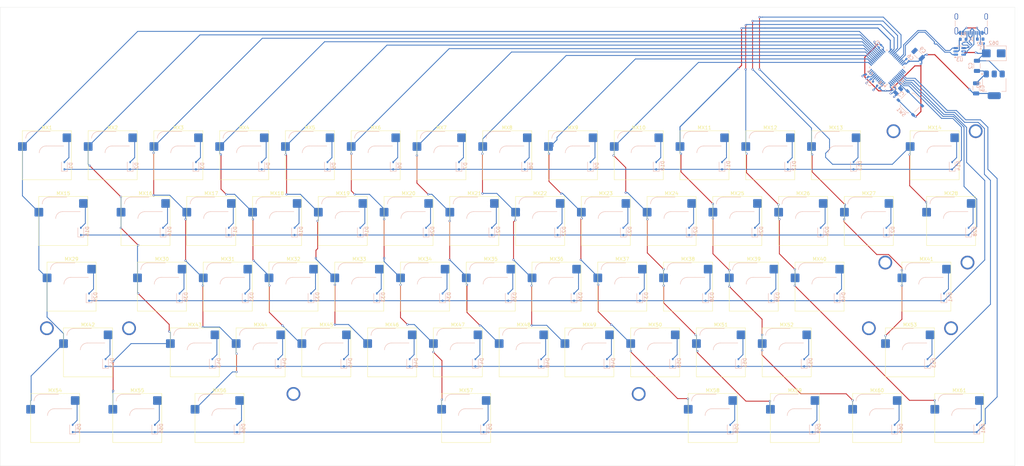
<source format=kicad_pcb>
(kicad_pcb (version 20241229) (generator "pcbnew") (generator_version "9.0")
  (layers (0 "F.Cu" signal) (2 "B.Cu" signal) (13 "F.Paste" user) (15 "B.Paste" user) (5 "F.SilkS" user "F.Silkscreen") (7 "B.SilkS" user "B.Silkscreen") (1 "F.Mask" user) (3 "B.Mask" user) (25 "Edge.Cuts" user))
  (net 0 "")
  (net 1 "Net-(U1-NRST)")
  (net 2 "GND")
  (net 3 "+5V")
  (net 4 "+3V3")
  (net 5 "ROW1")
  (net 6 "Net-(D1-A)")
  (net 7 "Net-(D2-A)")
  (net 8 "Net-(D3-A)")
  (net 9 "Net-(D4-A)")
  (net 10 "Net-(D5-A)")
  (net 11 "Net-(D6-A)")
  (net 12 "Net-(D7-A)")
  (net 13 "Net-(D8-A)")
  (net 14 "Net-(D9-A)")
  (net 15 "Net-(D10-A)")
  (net 16 "Net-(D11-A)")
  (net 17 "Net-(D12-A)")
  (net 18 "Net-(D13-A)")
  (net 19 "Net-(D14-A)")
  (net 20 "ROW2")
  (net 21 "Net-(D15-A)")
  (net 22 "Net-(D16-A)")
  (net 23 "Net-(D17-A)")
  (net 24 "Net-(D18-A)")
  (net 25 "Net-(D19-A)")
  (net 26 "Net-(D20-A)")
  (net 27 "Net-(D21-A)")
  (net 28 "Net-(D22-A)")
  (net 29 "Net-(D23-A)")
  (net 30 "Net-(D24-A)")
  (net 31 "Net-(D25-A)")
  (net 32 "Net-(D26-A)")
  (net 33 "Net-(D27-A)")
  (net 34 "Net-(D28-A)")
  (net 35 "Net-(D29-A)")
  (net 36 "ROW3")
  (net 37 "Net-(D30-A)")
  (net 38 "Net-(D31-A)")
  (net 39 "Net-(D32-A)")
  (net 40 "Net-(D33-A)")
  (net 41 "Net-(D34-A)")
  (net 42 "Net-(D35-A)")
  (net 43 "Net-(D36-A)")
  (net 44 "Net-(D37-A)")
  (net 45 "Net-(D38-A)")
  (net 46 "Net-(D39-A)")
  (net 47 "Net-(D40-A)")
  (net 48 "Net-(D41-A)")
  (net 49 "ROW4")
  (net 50 "Net-(D42-A)")
  (net 51 "Net-(D43-A)")
  (net 52 "Net-(D44-A)")
  (net 53 "Net-(D45-A)")
  (net 54 "Net-(D46-A)")
  (net 55 "Net-(D47-A)")
  (net 56 "Net-(D48-A)")
  (net 57 "Net-(D49-A)")
  (net 58 "Net-(D50-A)")
  (net 59 "Net-(D51-A)")
  (net 60 "Net-(D52-A)")
  (net 61 "Net-(D53-A)")
  (net 62 "ROW5")
  (net 63 "Net-(D54-A)")
  (net 64 "Net-(D55-A)")
  (net 65 "Net-(D56-A)")
  (net 66 "Net-(D57-A)")
  (net 67 "Net-(D58-A)")
  (net 68 "Net-(D59-A)")
  (net 69 "Net-(D60-A)")
  (net 70 "Net-(D61-A)")
  (net 72 "Net-(J1-CC1)")
  (net 73 "Net-(J1-CC2)")
  (net 74 "D+")
  (net 75 "D-")
  (net 77 "COL1")
  (net 78 "COL2")
  (net 79 "COL3")
  (net 80 "COL4")
  (net 81 "COL5")
  (net 82 "COL6")
  (net 83 "COL7")
  (net 84 "COL8")
  (net 85 "COL9")
  (net 86 "COL10")
  (net 87 "COL11")
  (net 88 "COL12")
  (net 89 "COL13")
  (net 90 "COL14")
  (net 91 "BOOT0")
  (footprint "PCM_Switch_Keyboard_Hotswap_Kailh:SW_Hotswap_Kailh_MX_1.00u" (layer "F.Cu") (at 57.50375 87.9)
    (property "Reference" "MX1")
    (property "Value" "MX_SW_HS")
  )
  (footprint "PCM_Switch_Keyboard_Hotswap_Kailh:SW_Hotswap_Kailh_MX_1.50u" (layer "F.Cu") (at 62.26625 106.95)
    (property "Reference" "MX15")
    (property "Value" "MX_SW_HS")
  )
  (footprint "PCM_marbastlib-mx:STAB_MX_P_2u" (layer "F.Cu") (at 307.535 145.05)
    (property "Reference" "S53" (hide yes))
    (property "Value" "MX_stab")
  )
  (footprint "PCM_Switch_Keyboard_Hotswap_Kailh:SW_Hotswap_Kailh_MX_1.00u" (layer "F.Cu") (at 295.62875 106.95)
    (property "Reference" "MX27")
    (property "Value" "MX_SW_HS")
  )
  (footprint "PCM_Switch_Keyboard_Hotswap_Kailh:SW_Hotswap_Kailh_MX_1.25u" (layer "F.Cu") (at 107.51 164.1)
    (property "Reference" "MX56")
    (property "Value" "MX_SW_HS")
  )
  (footprint "PCM_Switch_Keyboard_Hotswap_Kailh:SW_Hotswap_Kailh_MX_2.25u" (layer "F.Cu") (at 69.41 145.05)
    (property "Reference" "MX42")
    (property "Value" "MX_SW_HS")
  )
  (footprint "PCM_Switch_Keyboard_Hotswap_Kailh:SW_Hotswap_Kailh_MX_1.00u" (layer "F.Cu") (at 276.57875 106.95)
    (property "Reference" "MX26")
    (property "Value" "MX_SW_HS")
  )
  (footprint "PCM_Switch_Keyboard_Hotswap_Kailh:SW_Hotswap_Kailh_MX_1.00u" (layer "F.Cu") (at 205.14125 126)
    (property "Reference" "MX36")
    (property "Value" "MX_SW_HS")
  )
  (footprint "PCM_Switch_Keyboard_Hotswap_Kailh:SW_Hotswap_Kailh_MX_2.25u" (layer "F.Cu") (at 312.2975 126)
    (property "Reference" "MX41")
    (property "Value" "MX_SW_HS")
  )
  (footprint "PCM_Switch_Keyboard_Hotswap_Kailh:SW_Hotswap_Kailh_MX_1.00u" (layer "F.Cu") (at 286.10375 87.9)
    (property "Reference" "MX13")
    (property "Value" "MX_SW_HS")
  )
  (footprint "PCM_Switch_Keyboard_Hotswap_Kailh:SW_Hotswap_Kailh_MX_1.00u" (layer "F.Cu") (at 281.34125 126)
    (property "Reference" "MX40")
    (property "Value" "MX_SW_HS")
  )
  (footprint "PCM_Switch_Keyboard_Hotswap_Kailh:SW_Hotswap_Kailh_MX_1.25u" (layer "F.Cu") (at 298.01 164.1)
    (property "Reference" "MX60")
    (property "Value" "MX_SW_HS")
  )
  (footprint "PCM_Switch_Keyboard_Hotswap_Kailh:SW_Hotswap_Kailh_MX_1.00u" (layer "F.Cu") (at 248.00375 87.9)
    (property "Reference" "MX11")
    (property "Value" "MX_SW_HS")
  )
  (footprint "PCM_Switch_Keyboard_Hotswap_Kailh:SW_Hotswap_Kailh_MX_1.00u" (layer "F.Cu") (at 176.56625 145.05)
    (property "Reference" "MX47")
    (property "Value" "MX_SW_HS")
  )
  (footprint "PCM_Switch_Keyboard_Hotswap_Kailh:SW_Hotswap_Kailh_MX_1.00u" (layer "F.Cu") (at 90.84125 126)
    (property "Reference" "MX30")
    (property "Value" "MX_SW_HS")
  )
  (footprint "PCM_Switch_Keyboard_Hotswap_Kailh:SW_Hotswap_Kailh_MX_1.00u" (layer "F.Cu") (at 181.32875 106.95)
    (property "Reference" "MX21")
    (property "Value" "MX_SW_HS")
  )
  (footprint "PCM_Switch_Keyboard_Hotswap_Kailh:SW_Hotswap_Kailh_MX_1.00u" (layer "F.Cu") (at 238.47875 106.95)
    (property "Reference" "MX24")
    (property "Value" "MX_SW_HS")
  )
  (footprint "PCM_Switch_Keyboard_Hotswap_Kailh:SW_Hotswap_Kailh_MX_1.00u" (layer "F.Cu") (at 224.19125 126)
    (property "Reference" "MX37")
    (property "Value" "MX_SW_HS")
  )
  (footprint "PCM_Switch_Keyboard_Hotswap_Kailh:SW_Hotswap_Kailh_MX_1.00u" (layer "F.Cu") (at 157.51625 145.05)
    (property "Reference" "MX46")
    (property "Value" "MX_SW_HS")
  )
  (footprint "PCM_Switch_Keyboard_Hotswap_Kailh:SW_Hotswap_Kailh_MX_1.00u" (layer "F.Cu") (at 257.52875 106.95)
    (property "Reference" "MX25")
    (property "Value" "MX_SW_HS")
  )
  (footprint "PCM_marbastlib-mx:STAB_MX_P_2u" (layer "F.Cu") (at 314.67875 87.9)
    (property "Reference" "S14" (hide yes))
    (property "Value" "MX_stab")
  )
  (footprint "PCM_marbastlib-mx:STAB_MX_P_6.25u" (layer "F.Cu") (at 178.9475 164.1)
    (property "Reference" "S57" (hide yes))
    (property "Value" "MX_stab")
  )
  (footprint "PCM_Switch_Keyboard_Hotswap_Kailh:SW_Hotswap_Kailh_MX_1.00u" (layer "F.Cu") (at 138.46625 145.05)
    (property "Reference" "MX45")
    (property "Value" "MX_SW_HS")
  )
  (footprint "PCM_marbastlib-mx:STAB_MX_P_2u" (layer "F.Cu") (at 312.2975 126)
    (property "Reference" "S41" (hide yes))
    (property "Value" "MX_stab")
  )
  (footprint "PCM_Switch_Keyboard_Hotswap_Kailh:SW_Hotswap_Kailh_MX_1.00u" (layer "F.Cu") (at 109.89125 126)
    (property "Reference" "MX31")
    (property "Value" "MX_SW_HS")
  )
  (footprint "PCM_Switch_Keyboard_Hotswap_Kailh:SW_Hotswap_Kailh_MX_1.00u" (layer "F.Cu") (at 152.75375 87.9)
    (property "Reference" "MX6")
    (property "Value" "MX_SW_HS")
  )
  (footprint "PCM_Switch_Keyboard_Hotswap_Kailh:SW_Hotswap_Kailh_MX_1.25u" (layer "F.Cu") (at 59.885 164.1)
    (property "Reference" "MX54")
    (property "Value" "MX_SW_HS")
  )
  (footprint "PCM_Switch_Keyboard_Hotswap_Kailh:SW_Hotswap_Kailh_MX_1.00u" (layer "F.Cu") (at 195.61625 145.05)
    (property "Reference" "MX48")
    (property "Value" "MX_SW_HS")
  )
  (footprint "PCM_Switch_Keyboard_Hotswap_Kailh:SW_Hotswap_Kailh_MX_1.00u" (layer "F.Cu") (at 209.90375 87.9)
    (property "Reference" "MX9")
    (property "Value" "MX_SW_HS")
  )
  (footprint "PCM_Switch_Keyboard_Hotswap_Kailh:SW_Hotswap_Kailh_MX_1.00u" (layer "F.Cu") (at 100.36625 145.05)
    (property "Reference" "MX43")
    (property "Value" "MX_SW_HS")
  )
  (footprint "PCM_Switch_Keyboard_Hotswap_Kailh:SW_Hotswap_Kailh_MX_1.00u" (layer "F.Cu") (at 167.04125 126)
    (property "Reference" "MX34")
    (property "Value" "MX_SW_HS")
  )
  (footprint "PCM_Switch_Keyboard_Hotswap_Kailh:SW_Hotswap_Kailh_MX_1.00u" (layer "F.Cu") (at 119.41625 145.05)
    (property "Reference" "MX44")
    (property "Value" "MX_SW_HS")
  )
  (footprint "PCM_marbastlib-mx:STAB_MX_P_2u" (layer "F.Cu") (at 69.41 145.05)
    (property "Reference" "S42" (hide yes))
    (property "Value" "MX_stab")
  )
  (footprint "PCM_Switch_Keyboard_Hotswap_Kailh:SW_Hotswap_Kailh_MX_1.25u" (layer "F.Cu") (at 83.6975 164.1)
    (property "Reference" "MX55")
    (property "Value" "MX_SW_HS")
  )
  (footprint "PCM_Switch_Keyboard_Hotswap_Kailh:SW_Hotswap_Kailh_MX_1.00u" (layer "F.Cu") (at 262.29125 126)
    (property "Reference" "MX39")
    (property "Value" "MX_SW_HS")
  )
  (footprint "PCM_Switch_Keyboard_Hotswap_Kailh:SW_Hotswap_Kailh_MX_1.00u" (layer "F.Cu") (at 271.81625 145.05)
    (property "Reference" "MX52")
    (property "Value" "MX_SW_HS")
  )
  (footprint "PCM_Switch_Keyboard_Hotswap_Kailh:SW_Hotswap_Kailh_MX_1.75u" (layer "F.Cu") (at 64.6475 126)
    (property "Reference" "MX29")
    (property "Value" "MX_SW_HS")
  )
  (footprint "PCM_Switch_Keyboard_Hotswap_Kailh:SW_Hotswap_Kailh_MX_1.00u" (layer "F.Cu") (at 147.99125 126)
    (property "Reference" "MX33")
    (property "Value" "MX_SW_HS")
  )
  (footprint "PCM_Switch_Keyboard_Hotswap_Kailh:SW_Hotswap_Kailh_MX_1.00u" (layer "F.Cu") (at 133.70375 87.9)
    (property "Reference" "MX5")
    (property "Value" "MX_SW_HS")
  )
  (footprint "PCM_Switch_Keyboard_Hotswap_Kailh:SW_Hotswap_Kailh_MX_1.00u" (layer "F.Cu") (at 243.24125 126)
    (property "Reference" "MX38")
    (property "Value" "MX_SW_HS")
  )
  (footprint "PCM_Switch_Keyboard_Hotswap_Kailh:SW_Hotswap_Kailh_MX_1.00u" (layer "F.Cu") (at 171.80375 87.9)
    (property "Reference" "MX7")
    (property "Value" "MX_SW_HS")
  )
  (footprint "PCM_Switch_Keyboard_Hotswap_Kailh:SW_Hotswap_Kailh_MX_2.75u" (layer "F.Cu") (at 307.535 145.05)
    (property "Reference" "MX53")
    (property "Value" "MX_SW_HS")
  )
  (footprint "PCM_Switch_Keyboard_Hotswap_Kailh:SW_Hotswap_Kailh_MX_1.50u" (layer "F.Cu") (at 319.44125 106.95)
    (property "Reference" "MX28")
    (property "Value" "MX_SW_HS")
  )
  (footprint "PCM_Switch_Keyboard_Hotswap_Kailh:SW_Hotswap_Kailh_MX_1.00u" (layer "F.Cu") (at 252.76625 145.05)
    (property "Reference" "MX51")
    (property "Value" "MX_SW_HS")
  )
  (footprint "PCM_Switch_Keyboard_Hotswap_Kailh:SW_Hotswap_Kailh_MX_1.00u" (layer "F.Cu") (at 76.55375 87.9)
    (property "Reference" "MX2")
    (property "Value" "MX_SW_HS")
  )
  (footprint "PCM_Switch_Keyboard_Hotswap_Kailh:SW_Hotswap_Kailh_MX_1.00u" (layer "F.Cu") (at 214.66625 145.05)
    (property "Reference" "MX49")
    (property "Value" "MX_SW_HS")
  )
  (footprint "PCM_Switch_Keyboard_Hotswap_Kailh:SW_Hotswap_Kailh_MX_1.00u" (layer "F.Cu") (at 143.22875 106.95)
    (property "Reference" "MX19")
    (property "Value" "MX_SW_HS")
  )
  (footprint "PCM_Switch_Keyboard_Hotswap_Kailh:SW_Hotswap_Kailh_MX_1.00u" (layer "F.Cu") (at 200.37875 106.95)
    (property "Reference" "MX22")
    (property "Value" "MX_SW_HS")
  )
  (footprint "PCM_Switch_Keyboard_Hotswap_Kailh:SW_Hotswap_Kailh_MX_1.00u" (layer "F.Cu") (at 233.71625 145.05)
    (property "Reference" "MX50")
    (property "Value" "MX_SW_HS")
  )
  (footprint "PCM_Switch_Keyboard_Hotswap_Kailh:SW_Hotswap_Kailh_MX_1.25u" (layer "F.Cu") (at 250.385 164.1)
    (property "Reference" "MX58")
    (property "Value" "MX_SW_HS")
  )
  (footprint "PCM_Switch_Keyboard_Hotswap_Kailh:SW_Hotswap_Kailh_MX_1.00u" (layer "F.Cu") (at 190.85375 87.9)
    (property "Reference" "MX8")
    (property "Value" "MX_SW_HS")
  )
  (footprint "PCM_Switch_Keyboard_Hotswap_Kailh:SW_Hotswap_Kailh_MX_1.00u" (layer "F.Cu") (at 162.27875 106.95)
    (property "Reference" "MX20")
    (property "Value" "MX_SW_HS")
  )
  (footprint "PCM_Switch_Keyboard_Hotswap_Kailh:SW_Hotswap_Kailh_MX_1.00u" (layer "F.Cu") (at 128.94125 126)
    (property "Reference" "MX32")
    (property "Value" "MX_SW_HS")
  )
  (footprint "PCM_Switch_Keyboard_Hotswap_Kailh:SW_Hotswap_Kailh_MX_1.00u" (layer "F.Cu") (at 186.09125 126)
    (property "Reference" "MX35")
    (property "Value" "MX_SW_HS")
  )
  (footprint "PCM_Switch_Keyboard_Hotswap_Kailh:SW_Hotswap_Kailh_MX_1.00u" (layer "F.Cu") (at 228.95375 87.9)
    (property "Reference" "MX10")
    (property "Value" "MX_SW_HS")
  )
  (footprint "PCM_Switch_Keyboard_Hotswap_Kailh:SW_Hotswap_Kailh_MX_1.00u" (layer "F.Cu") (at 105.12875 106.95)
    (property "Reference" "MX17")
    (property "Value" "MX_SW_HS")
  )
  (footprint "PCM_Switch_Keyboard_Hotswap_Kailh:SW_Hotswap_Kailh_MX_2.00u" (layer "F.Cu") (at 314.67875 87.9)
    (property "Reference" "MX14")
    (property "Value" "MX_SW_HS")
  )
  (footprint "PCM_Switch_Keyboard_Hotswap_Kailh:SW_Hotswap_Kailh_MX_6.25u" (layer "F.Cu") (at 178.9475 164.1)
    (property "Reference" "MX57")
    (property "Value" "MX_SW_HS")
  )
  (footprint "PCM_Switch_Keyboard_Hotswap_Kailh:SW_Hotswap_Kailh_MX_1.00u" (layer "F.Cu") (at 95.60375 87.9)
    (property "Reference" "MX3")
    (property "Value" "MX_SW_HS")
  )
  (footprint "PCM_Switch_Keyboard_Hotswap_Kailh:SW_Hotswap_Kailh_MX_1.25u" (layer "F.Cu") (at 274.1975 164.1)
    (property "Reference" "MX59")
    (property "Value" "MX_SW_HS")
  )
  (footprint "PCM_Switch_Keyboard_Hotswap_Kailh:SW_Hotswap_Kailh_MX_1.00u" (layer "F.Cu") (at 267.05375 87.9)
    (property "Reference" "MX12")
    (property "Value" "MX_SW_HS")
  )
  (footprint "PCM_Switch_Keyboard_Hotswap_Kailh:SW_Hotswap_Kailh_MX_1.00u" (layer "F.Cu") (at 86.07875 106.95)
    (property "Reference" "MX16")
    (property "Value" "MX_SW_HS")
  )
  (footprint "PCM_Switch_Keyboard_Hotswap_Kailh:SW_Hotswap_Kailh_MX_1.00u" (layer "F.Cu") (at 219.42875 106.95)
    (property "Reference" "MX23")
    (property "Value" "MX_SW_HS")
  )
  (footprint "PCM_Switch_Keyboard_Hotswap_Kailh:SW_Hotswap_Kailh_MX_1.00u" (layer "F.Cu") (at 124.17875 106.95)
    (property "Reference" "MX18")
    (property "Value" "MX_SW_HS")
  )
  (footprint "PCM_Switch_Keyboard_Hotswap_Kailh:SW_Hotswap_Kailh_MX_1.00u" (layer "F.Cu") (at 114.65375 87.9)
    (property "Reference" "MX4")
    (property "Value" "MX_SW_HS")
  )
  (footprint "PCM_Switch_Keyboard_Hotswap_Kailh:SW_Hotswap_Kailh_MX_1.25u" (layer "F.Cu") (at 321.8225 164.1)
    (property "Reference" "MX61")
    (property "Value" "MX_SW_HS")
  )
  (footprint "Diode_SMD:D_SOD-323" (layer "B.Cu") (at 110.20875 109.98 90)
    (property "Reference" "D17")
    (property "Value" "D_Small")
  )
  (footprint "Diode_SMD:D_SOD-323" (layer "B.Cu") (at 300.70875 109.98 90)
    (property "Reference" "D27")
    (property "Value" "D_Small" (hide yes))
  )
  (footprint "Diode_SMD:D_SOD-323" (layer "B.Cu") (at 124.49625 148.08 90)
    (property "Reference" "D44")
    (property "Value" "D_Small")
  )
  (footprint "Diode_SMD:D_SOD-323" (layer "B.Cu") (at 276.89625 148.08 90)
    (property "Reference" "D52")
    (property "Value" "D_Small")
  )
  (footprint "Package_TO_SOT_SMD:SOT-23-6" (layer "B.Cu") (at 321.95 57.77)
    (property "Reference" "U3")
    (property "Value" "USBLC6-2SC6")
  )
  (footprint "Diode_SMD:D_SOD-323" (layer "B.Cu") (at 162.59625 148.08 90)
    (property "Reference" "D46")
    (property "Value" "D_Small")
  )
  (footprint "Diode_SMD:D_SOD-323" (layer "B.Cu") (at 74.49 148.08 90)
    (property "Reference" "D42")
    (property "Value" "D_Small")
  )
  (footprint "Resistor_SMD:R_0603_1608Metric" (layer "B.Cu") (at 322.95 54.27 180)
    (property "Reference" "R1")
    (property "Value" "5.1kΩ")
  )
  (footprint "Diode_SMD:D_SOD-323" (layer "B.Cu") (at 67.34625 109.98 90)
    (property "Reference" "D15")
    (property "Value" "D_Small")
  )
  (footprint "Diode_SMD:D_SOD-323" (layer "B.Cu") (at 224.50875 109.98 90)
    (property "Reference" "D23")
    (property "Value" "D_Small")
  )
  (footprint "Diode_SMD:D_SOD-323" (layer "B.Cu") (at 129.25875 109.98 90)
    (property "Reference" "D18")
    (property "Value" "D_Small" (hide yes))
  )
  (footprint "Diode_SMD:D_SMB" (layer "B.Cu") (at 331.8 58.345 180)
    (property "Reference" "D62")
    (property "Value" "D_TVS")
  )
  (footprint "Capacitor_SMD:C_0402_1005Metric" (layer "B.Cu") (at 295.095109 64.799431 135)
    (property "Reference" "C4")
    (property "Value" "100nF")
  )
  (footprint "Diode_SMD:D_SOD-323" (layer "B.Cu") (at 69.7275 129.03 90)
    (property "Reference" "D29")
    (property "Value" "D_Small")
  )
  (footprint "Diode_SMD:D_SOD-323" (layer "B.Cu") (at 148.30875 109.98 90)
    (property "Reference" "D19")
    (property "Value" "D_Small")
  )
  (footprint "Diode_SMD:D_SOD-323" (layer "B.Cu") (at 291.18375 90.93 90)
    (property "Reference" "D13")
    (property "Value" "D_Small")
  )
  (footprint "Diode_SMD:D_SOD-323" (layer "B.Cu") (at 262.60875 109.98 90)
    (property "Reference" "D25")
    (property "Value" "D_Small")
  )
  (footprint "Diode_SMD:D_SOD-323" (layer "B.Cu") (at 153.07125 129.03 90)
    (property "Reference" "D33")
    (property "Value" "D_Small")
  )
  (footprint "Diode_SMD:D_SOD-323" (layer "B.Cu") (at 303.09 167.13 90)
    (property "Reference" "D60")
    (property "Value" "D_Small")
  )
  (footprint "Diode_SMD:D_SOD-323" (layer "B.Cu") (at 64.965 167.13 90)
    (property "Reference" "D54")
    (property "Value" "D_Small")
  )
  (footprint "Diode_SMD:D_SOD-323" (layer "B.Cu") (at 112.59 167.13 90)
    (property "Reference" "D56")
    (property "Value" "D_Small")
  )
  (footprint "Diode_SMD:D_SOD-323" (layer "B.Cu") (at 243.55875 109.98 90)
    (property "Reference" "D24")
    (property "Value" "D_Small")
  )
  (footprint "Diode_SMD:D_SOD-323" (layer "B.Cu") (at 238.79625 148.08 90)
    (property "Reference" "D50")
    (property "Value" "D_Small")
  )
  (footprint "Capacitor_SMD:C_1206_3216Metric" (layer "B.Cu") (at 326.95 61.97 -90)
    (property "Reference" "C2")
    (property "Value" "10uF")
  )
  (footprint "Diode_SMD:D_SOD-323" (layer "B.Cu") (at 326.9025 167.13 90)
    (property "Reference" "D61")
    (property "Value" "D_Small")
  )
  (footprint "Diode_SMD:D_SOD-323" (layer "B.Cu") (at 267.37125 129.03 90)
    (property "Reference" "D39")
    (property "Value" "D_Small")
  )
  (footprint "Diode_SMD:D_SOD-323" (layer "B.Cu") (at 195.93375 90.93 90)
    (property "Reference" "D8")
    (property "Value" "D_Small")
  )
  (footprint "Diode_SMD:D_SOD-323" (layer "B.Cu") (at 229.27125 129.03 90)
    (property "Reference" "D37")
    (property "Value" "D_Small")
  )
  (footprint "Diode_SMD:D_SOD-323" (layer "B.Cu") (at 105.44625 148.08 90)
    (property "Reference" "D43")
    (property "Value" "D_Small")
  )
  (footprint "Diode_SMD:D_SOD-323" (layer "B.Cu") (at 143.54625 148.08 90)
    (property "Reference" "D45")
    (property "Value" "D_Small")
  )
  (footprint "Capacitor_SMD:C_0402_1005Metric" (layer "B.Cu") (at 298.345109 68.049431 135)
    (property "Reference" "C8")
    (property "Value" "100nF")
  )
  (footprint "Diode_SMD:D_SOD-323" (layer "B.Cu") (at 214.98375 90.93 90)
    (property "Reference" "D9")
    (property "Value" "D_Small" (hide yes))
  )
  (footprint "Capacitor_SMD:C_0402_1005Metric" (layer "B.Cu") (at 298.845109 56.299431 -135)
    (property "Reference" "C5")
    (property "Value" "100nF")
  )
  (footprint "Capacitor_SMD:C_0402_1005Metric" (layer "B.Cu") (at 306.845109 60.299431 135)
    (property "Reference" "C6")
    (property "Value" "100nF")
  )
  (footprint "Diode_SMD:D_SOD-323" (layer "B.Cu") (at 253.08375 90.93 90)
    (property "Reference" "D11")
    (property "Value" "D_Small")
  )
  (footprint "Resistor_SMD:R_0805_2012Metric" (layer "B.Cu") (at 304.179765 69.265235 -135)
    (property "Reference" "R3")
    (property "Value" "10kΩ")
  )
  (footprint "Diode_SMD:D_SOD-323" (layer "B.Cu") (at 91.15875 109.98 90)
    (property "Reference" "D16")
    (property "Value" "D_Small")
  )
  (footprint "Diode_SMD:D_SOD-323" (layer "B.Cu") (at 62.58375 90.93 90)
    (property "Reference" "D1")
    (property "Value" "D_Small")
  )
  (footprint "Diode_SMD:D_SOD-323" (layer "B.Cu") (at 95.92125 129.03 90)
    (property "Reference" "D30")
    (property "Value" "D_Small")
  )
  (footprint "Connector_USB:USB_C_Receptacle_GCT_USB4105-xx-A_16P_TopMnt_Horizontal" (layer "B.Cu") (at 325.295 48.72)
    (property "Reference" "J1")
    (property "Value" "USB_C Female End - USB2.0 (16 pins)")
  )
  (footprint "Capacitor_SMD:C_0402_1005Metric" (layer "B.Cu") (at 302.845109 68.549431 45)
    (property "Reference" "C7")
    (property "Value" "100nF")
  )
  (footprint "Button_Switch_SMD:SW_Push_1P1T_XKB_TS-1187A" (layer "B.Cu") (at 307.624174 72.720825 -45)
    (property "Reference" "SW1")
    (property "Value" "TOGGLE")
  )
  (footprint "Fuse:Fuse_0402_1005Metric" (layer "B.Cu") (at 328.45 55.47)
    (property "Reference" "F1")
    (property "Value" "500mA Trip, 200mA hold")
  )
  (footprint "Package_QFP:LQFP-48_7x7mm_P0.5mm" (layer "B.Cu") (at 300.845109 62.411555 45)
    (property "Reference" "U1")
    (property "Value" "STM32F072CBTx")
  )
  (footprint "Diode_SMD:D_SOD-323" (layer "B.Cu") (at 119.73375 90.93 90)
    (property "Reference" "D4")
    (property "Value" "D_Small")
  )
  (footprint "Diode_SMD:D_SOD-323" (layer "B.Cu") (at 210.22125 129.03 90)
    (property "Reference" "D36")
    (property "Value" "D_Small" (hide yes))
  )
  (footprint "Diode_SMD:D_SOD-323" (layer "B.Cu") (at 181.64625 148.08 90)
    (property "Reference" "D47")
    (property "Value" "D_Small")
  )
  (footprint "Capacitor_SMD:C_1206_3216Metric" (layer "B.Cu") (at 309.907017 58.677017 135)
    (property "Reference" "C9")
    (property "Value" "10uF")
  )
  (footprint "Diode_SMD:D_SOD-323" (layer "B.Cu") (at 81.63375 90.93 90)
    (property "Reference" "D2")
    (property "Value" "D_Small")
  )
  (footprint "Diode_SMD:D_SOD-323" (layer "B.Cu") (at 172.12125 129.03 90)
    (property "Reference" "D34")
    (property "Value" "D_Small")
  )
  (footprint "Diode_SMD:D_SOD-323" (layer "B.Cu") (at 167.35875 109.98 90)
    (property "Reference" "D20")
    (property "Value" "D_Small")
  )
  (footprint "Diode_SMD:D_SOD-323" (layer "B.Cu") (at 100.68375 90.93 90)
    (property "Reference" "D3")
    (property "Value" "D_Small")
  )
  (footprint "Diode_SMD:D_SOD-323" (layer "B.Cu") (at 157.83375 90.93 90)
    (property "Reference" "D6")
    (property "Value" "D_Small")
  )
  (footprint "Diode_SMD:D_SOD-323" (layer "B.Cu") (at 234.03375 90.93 90)
    (property "Reference" "D10")
    (property "Value" "D_Small")
  )
  (footprint "Package_TO_SOT_SMD:SOT-223-3_TabPin2" (layer "B.Cu") (at 331.95 67.47 -90)
    (property "Reference" "U2")
    (property "Value" "AMS1117-3.3")
  )
  (footprint "Capacitor_SMD:C_1206_3216Metric" (layer "B.Cu") (at 326.7 68.495 90)
    (property "Reference" "C3")
    (property "Value" "10uF")
  )
  (footprint "Diode_SMD:D_SOD-323" (layer "B.Cu") (at 272.13375 90.93 90)
    (property "Reference" "D12")
    (property "Value" "D_Small")
  )
  (footprint "Diode_SMD:D_SOD-323" (layer "B.Cu") (at 138.78375 90.93 90)
    (property "Reference" "D5")
    (property "Value" "D_Small")
  )
  (footprint "Diode_SMD:D_SOD-323" (layer "B.Cu") (at 186.40875 109.98 90)
    (property "Reference" "D21")
    (property "Value" "D_Small")
  )
  (footprint "Diode_SMD:D_SOD-323" (layer "B.Cu") (at 255.465 167.13 90)
    (property "Reference" "D58")
    (property "Value" "D_Small")
  )
  (footprint "Diode_SMD:D_SOD-323" (layer "B.Cu") (at 114.97125 129.03 90)
    (property "Reference" "D31")
    (property "Value" "D_Small")
  )
  (footprint "Diode_SMD:D_SOD-323" (layer "B.Cu") (at 134.02125 129.03 90)
    (property "Reference" "D32")
    (property "Value" "D_Small")
  )
  (footprint "Diode_SMD:D_SOD-323" (layer "B.Cu") (at 88.7775 167.13 90)
    (property "Reference" "D55")
    (property "Value" "D_Small")
  )
  (footprint "Diode_SMD:D_SOD-323" (layer "B.Cu") (at 312.615 148.08 90)
    (property "Reference" "D53")
    (property "Value" "D_Small")
  )
  (footprint "Diode_SMD:D_SOD-323" (layer "B.Cu") (at 205.45875 109.98 90)
    (property "Reference" "D22")
    (property "Value" "D_Small")
  )
  (footprint "Diode_SMD:D_SOD-323" (layer "B.Cu") (at 176.88375 90.93 90)
    (property "Reference" "D7")
    (property "Value" "D_Small")
  )
  (footprint "Diode_SMD:D_SOD-323" (layer "B.Cu") (at 286.42125 129.03 90)
    (property "Reference" "D40")
    (property "Value" "D_Small")
  )
  (footprint "Diode_SMD:D_SOD-323" (layer "B.Cu") (at 191.17125 129.03 90)
    (property "Reference" "D35")
    (property "Value" "D_Small")
  )
  (footprint "Diode_SMD:D_SOD-323" (layer "B.Cu") (at 324.52125 109.98 90)
    (property "Reference" "D28")
    (property "Value" "D_Small")
  )
  (footprint "Diode_SMD:D_SOD-323" (layer "B.Cu") (at 248.32125 129.03 90)
    (property "Reference" "D38")
    (property "Value" "D_Small")
  )
  (footprint "Diode_SMD:D_SOD-323" (layer "B.Cu") (at 319.75875 90.93 90)
    (property "Reference" "D14")
    (property "Value" "D_Small")
  )
  (footprint "Capacitor_SMD:C_0402_1005Metric" (layer "B.Cu") (at 296.505698 66.21002 -45)
    (property "Reference" "C1")
    (property "Value" "100nF")
  )
  (footprint "Diode_SMD:D_SOD-323" (layer "B.Cu") (at 281.65875 109.98 90)
    (property "Reference" "D26")
    (property "Value" "D_Small")
  )
  (footprint "Diode_SMD:D_SOD-323" (layer "B.Cu") (at 184.0275 167.13 90)
    (property "Reference" "D57")
    (property "Value" "D_Small")
  )
  (footprint "Diode_SMD:D_SOD-323" (layer "B.Cu") (at 257.84625 148.08 90)
    (property "Reference" "D51")
    (property "Value" "D_Small")
  )
  (footprint "Diode_SMD:D_SOD-323" (layer "B.Cu") (at 219.74625 148.08 90)
    (property "Reference" "D49")
    (property "Value" "D_Small")
  )
  (footprint "Diode_SMD:D_SOD-323" (layer "B.Cu") (at 317.3775 129.03 90)
    (property "Reference" "D41")
    (property "Value" "D_Small")
  )
  (footprint "Resistor_SMD:R_0603_1608Metric" (layer "B.Cu") (at 327.875 54.22)
    (property "Reference" "R2")
    (property "Value" "5.1kΩ")
  )
  (footprint "Diode_SMD:D_SOD-323" (layer "B.Cu") (at 279.2775 167.13 90)
    (property "Reference" "D59")
    (property "Value" "D_Small")
  )
  (footprint "Diode_SMD:D_SOD-323" (layer "B.Cu") (at 200.69625 148.08 90)
    (property "Reference" "D48")
    (property "Value" "D_Small")
  )
  (gr_rect (start 43.95 44.97) (end 337.95 177.97) (stroke (width 0.05)) (fill no) (layer "Edge.Cuts"))
  (segment (start 296.845109 66.549431) (end 296.845109 66.058001) (width 0.25) (layer "B.Cu") (net 1))
  (segment (start 296.845109 66.058001) (end 297.725 65.17811) (width 0.25) (layer "B.Cu") (net 1))
  (via (at 294.95 66.97) (size 0.6) (drill 0.3) (layers "F.Cu" "B.Cu") (net 2))
  (via (at 293.8 64.929311) (size 0.6) (drill 0.3) (layers "F.Cu" "B.Cu") (net 2))
  (via (at 302.95 70.97) (size 0.6) (drill 0.3) (layers "F.Cu" "B.Cu") (net 2))
  (via (at 297.25 55.01) (size 0.6) (drill 0.3) (layers "F.Cu" "B.Cu") (net 2))
  (via (at 301.95 69.97) (size 0.6) (drill 0.3) (layers "F.Cu" "B.Cu") (net 2))
  (via (at 296.95 68.97) (size 0.6) (drill 0.3) (layers "F.Cu" "B.Cu") (net 2))
  (segment (start 303.403723 68.429223) (end 303.403723 68.890257) (width 0.25) (layer "B.Cu") (net 2))
  (segment (start 322.095 52.4) (end 321.55 52.4) (width 0.3) (layer "B.Cu") (net 2))
  (segment (start 306.505698 59.96002) (end 306.478624 59.96002) (width 0.25) (layer "B.Cu") (net 2))
  (segment (start 298.505698 56.638842) (end 297.25 55.383144) (width 0.25) (layer "B.Cu") (net 2))
  (segment (start 303.18452 68.21002) (end 303.403723 68.429223) (width 0.25) (layer "B.Cu") (net 2))
  (segment (start 302.32398 69.97) (end 301.95 69.97) (width 0.25) (layer "B.Cu") (net 2))
  (segment (start 298.505698 56.638842) (end 298.505698 56.890164) (width 0.25) (layer "B.Cu") (net 2))
  (segment (start 328.495 52.4) (end 329.04 52.4) (width 0.3) (layer "B.Cu") (net 2))
  (segment (start 303.53453 69.91047) (end 303.53453 70.38547) (width 0.3) (layer "B.Cu") (net 2))
  (segment (start 320.8125 57.77) (end 321.474999 57.77) (width 0.3) (layer "B.Cu") (net 2))
  (segment (start 294.269291 64.46002) (end 293.8 64.929311) (width 0.3) (layer "B.Cu") (net 2))
  (segment (start 296.049391 65.870609) (end 294.95 66.97) (width 0.25) (layer "B.Cu") (net 2))
  (segment (start 297.25 55.383144) (end 297.25 55.01) (width 0.25) (layer "B.Cu") (net 2))
  (segment (start 328.775 63.445) (end 329.65 64.32) (width 0.25) (layer "B.Cu") (net 2))
  (segment (start 303.403723 68.890257) (end 302.32398 69.97) (width 0.25) (layer "B.Cu") (net 2))
  (segment (start 321.474999 57.77) (end 321.826 57.418999) (width 0.3) (layer "B.Cu") (net 2))
  (segment (start 298.505698 56.890164) (end 299.492767 57.877233) (width 0.25) (layer "B.Cu") (net 2))
  (segment (start 298.005698 67.71002) (end 298.005698 67.914302) (width 0.3) (layer "B.Cu") (net 2))
  (segment (start 303.53453 70.38547) (end 302.95 70.97) (width 0.3) (layer "B.Cu") (net 2))
  (segment (start 303.18452 68.21002) (end 303.18452 67.932946) (width 0.25) (layer "B.Cu") (net 2))
  (segment (start 321.826 57.418999) (end 321.826 54.569) (width 0.3) (layer "B.Cu") (net 2))
  (segment (start 296.325395 65.870609) (end 296.166287 65.870609) (width 0.25) (layer "B.Cu") (net 2))
  (segment (start 297.371447 64.824557) (end 296.325395 65.870609) (width 0.25) (layer "B.Cu") (net 2))
  (segment (start 321.55 52.4) (end 320.975 51.825) (width 0.3) (layer "B.Cu") (net 2))
  (segment (start 329.04 52.4) (end 329.615 51.825) (width 0.3) (layer "B.Cu") (net 2))
  (segment (start 294.755698 64.46002) (end 294.269291 64.46002) (width 0.3) (layer "B.Cu") (net 2))
  (segment (start 321.826 54.569) (end 322.125 54.27) (width 0.3) (layer "B.Cu") (net 2))
  (segment (start 296.166287 65.870609) (end 296.049391 65.870609) (width 0.25) (layer "B.Cu") (net 2))
  (segment (start 329.4 64.32) (end 329.65 64.32) (width 0.3) (layer "B.Cu") (net 2))
  (segment (start 326.7 67.02) (end 329.4 64.32) (width 0.3) (layer "B.Cu") (net 2))
  (segment (start 306.478624 59.96002) (end 305.379431 61.059213) (width 0.25) (layer "B.Cu") (net 2))
  (segment (start 298.005698 67.914302) (end 296.95 68.97) (width 0.3) (layer "B.Cu") (net 2))
  (segment (start 303.18452 67.932946) (end 302.197451 66.945877) (width 0.25) (layer "B.Cu") (net 2))
  (segment (start 326.95 63.445) (end 328.775 63.445) (width 0.25) (layer "B.Cu") (net 2))
  (segment (start 323.47 58.1) (end 326.58 58.1) (width 0.3) (layer "F.Cu") (net 3))
  (segment (start 323.15 57.78) (end 323.47 58.1) (width 0.3) (layer "F.Cu") (net 3))
  (segment (start 323.95 50.97) (end 326.95 50.97) (width 0.25) (layer "F.Cu") (net 3))
  (via (at 326.58 58.1) (size 0.6) (drill 0.3) (layers "F.Cu" "B.Cu") (net 3))
  (via (at 323.95 50.97) (size 0.6) (drill 0.3) (layers "F.Cu" "B.Cu") (net 3))
  (via (at 323.15 57.78) (size 0.6) (drill 0.3) (layers "F.Cu" "B.Cu") (net 3))
  (via (at 326.95 50.97) (size 0.6) (drill 0.3) (layers "F.Cu" "B.Cu") (net 3))
  (segment (start 327.695 52.974999) (end 327.695 52.4) (width 0.25) (layer "B.Cu") (net 3))
  (segment (start 329.65 58.345) (end 329.1 58.345) (width 0.25) (layer "B.Cu") (net 3))
  (segment (start 327.145 58.345) (end 329.65 58.345) (width 0.3) (layer "B.Cu") (net 3))
  (segment (start 330.425 60.495) (end 334.25 64.32) (width 0.25) (layer "B.Cu") (net 3))
  (segment (start 327.695 51.905822) (end 327.695 52.4) (width 0.25) (layer "B.Cu") (net 3))
  (segment (start 322.895 52.4) (end 322.895 51.897074) (width 0.25) (layer "B.Cu") (net 3))
  (segment (start 326.58 58.1) (end 326.9 58.1) (width 0.3) (layer "B.Cu") (net 3))
  (segment (start 323.822074 50.97) (end 323.95 50.97) (width 0.25) (layer "B.Cu") (net 3))
  (segment (start 326.95 60.495) (end 330.425 60.495) (width 0.25) (layer "B.Cu") (net 3))
  (segment (start 326.95 51.160822) (end 327.695 51.905822) (width 0.25) (layer "B.Cu") (net 3))
  (segment (start 327.965 53.244999) (end 327.695 52.974999) (width 0.25) (layer "B.Cu") (net 3))
  (segment (start 328.935 55.47) (end 328.935 57.63) (width 0.25) (layer "B.Cu") (net 3))
  (segment (start 323.322037 51.470037) (end 323.822074 50.97) (width 0.25) (layer "B.Cu") (net 3))
  (segment (start 329.1 58.345) (end 326.95 60.495) (width 0.25) (layer "B.Cu") (net 3))
  (segment (start 326.9 58.1) (end 327.145 58.345) (width 0.3) (layer "B.Cu") (net 3))
  (segment (start 327.965 55.47) (end 327.965 53.244999) (width 0.25) (layer "B.Cu") (net 3))
  (segment (start 322.895 51.897074) (end 323.322037 51.470037) (width 0.25) (layer "B.Cu") (net 3))
  (segment (start 326.95 50.97) (end 326.95 51.160822) (width 0.25) (layer "B.Cu") (net 3))
  (segment (start 328.935 57.63) (end 329.65 58.345) (width 0.25) (layer "B.Cu") (net 3))
  (segment (start 306.95 63.97) (end 301.7 69.22) (width 0.3) (layer "F.Cu") (net 4))
  (segment (start 294.45 59.47) (end 298.45 55.47) (width 0.3) (layer "F.Cu") (net 4))
  (segment (start 294.45 65.22) (end 294.45 59.47) (width 0.3) (layer "F.Cu") (net 4))
  (segment (start 301.7 69.22) (end 300.45 69.22) (width 0.3) (layer "F.Cu") (net 4))
  (segment (start 294.95 65.72) (end 294.45 65.22) (width 0.3) (layer "F.Cu") (net 4))
  (segment (start 314.7 58.72) (end 314.95 58.97) (width 0.3) (layer "F.Cu") (net 4))
  (segment (start 298.45 69.22) (end 294.95 65.72) (width 0.3) (layer "F.Cu") (net 4))
  (segment (start 308.95 61.97) (end 306.95 63.97) (width 0.3) (layer "F.Cu") (net 4))
  (segment (start 310.7 75.22) (end 309.2 76.72) (width 0.3) (layer "F.Cu") (net 4))
  (segment (start 310.7 61.97) (end 308.95 61.97) (width 0.3) (layer "F.Cu") (net 4))
  (segment (start 310.7 61.47) (end 310.7 61.97) (width 0.3) (layer "F.Cu") (net 4))
  (segment (start 300.45 69.22) (end 298.45 69.22) (width 0.3) (layer "F.Cu") (net 4))
  (segment (start 324.7 68.72) (end 314.95 58.97) (width 0.3) (layer "F.Cu") (net 4))
  (segment (start 310.7 61.97) (end 310.7 75.22) (width 0.3) (layer "F.Cu") (net 4))
  (segment (start 312.45 58.72) (end 314.7 58.72) (width 0.3) (layer "F.Cu") (net 4))
  (via (at 309.2 76.72) (size 0.6) (drill 0.3) (layers "F.Cu" "B.Cu") (net 4))
  (via (at 310.7 61.47) (size 0.6) (drill 0.3) (layers "F.Cu" "B.Cu") (net 4))
  (via (at 300.45 69.22) (size 0.6) (drill 0.3) (layers "F.Cu" "B.Cu") (net 4))
  (via (at 324.7 68.72) (size 0.6) (drill 0.3) (layers "F.Cu" "B.Cu") (net 4))
  (via (at 312.45 58.72) (size 0.6) (drill 0.3) (layers "F.Cu" "B.Cu") (net 4))
  (via (at 298.45 55.47) (size 0.6) (drill 0.3) (layers "F.Cu" "B.Cu") (net 4))
  (via (at 294.95 65.72) (size 0.6) (drill 0.3) (layers "F.Cu" "B.Cu") (net 4))
  (segment (start 326.7 69.97) (end 331.3 69.97) (width 0.3) (layer "B.Cu") (net 4))
  (segment (start 298.6945 55.47) (end 299.18452 55.96002) (width 0.3) (layer "B.Cu") (net 4))
  (segment (start 298.75691 68.388842) (end 299.846321 67.299431) (width 0.25) (layer "B.Cu") (net 4))
  (segment (start 298.45 55.47) (end 298.6945 55.47) (width 0.3) (layer "B.Cu") (net 4))
  (segment (start 302.17454 69.22) (end 302.505698 68.888842) (width 0.3) (layer "B.Cu") (net 4))
  (segment (start 310.95 59.72) (end 310.031158 60.638842) (width 0.3) (layer "B.Cu") (net 4))
  (segment (start 331.3 69.97) (end 331.95 70.62) (width 0.3) (layer "B.Cu") (net 4))
  (segment (start 300.45 69.22) (end 299.515678 69.22) (width 0.3) (layer "B.Cu") (net 4))
  (segment (start 301.843897 68.227041) (end 301.843897 67.299431) (width 0.25) (layer "B.Cu") (net 4))
  (segment (start 308.971698 76.72) (end 308.419669 76.167971) (width 0.3) (layer "B.Cu") (net 4))
  (segment (start 299.515678 69.22) (end 298.68452 68.388842) (width 0.3) (layer "B.Cu") (net 4))
  (segment (start 294.95 65.72) (end 294.95 65.623362) (width 0.3) (layer "B.Cu") (net 4))
  (segment (start 307.18452 60.638842) (end 306.409888 61.413474) (width 0.3) (layer "B.Cu") (net 4))
  (segment (start 302.505698 68.888842) (end 301.843897 68.227041) (width 0.25) (layer "B.Cu") (net 4))
  (segment (start 299.846321 56.621821) (end 299.846321 57.523679) (width 0.25) (layer "B.Cu") (net 4))
  (segment (start 310.95 59.72) (end 310.95 61.22) (width 0.3) (layer "B.Cu") (net 4))
  (segment (start 311.95 58.72) (end 310.95 59.72) (width 0.3) (layer "B.Cu") (net 4))
  (segment (start 306.409888 61.413474) (end 305.733692 61.413474) (width 0.3) (layer "B.Cu") (net 4))
  (segment (start 309.2 76.72) (end 308.971698 76.72) (width 0.3) (layer "B.Cu") (net 4))
  (segment (start 296.350056 65.138842) (end 297.017894 64.471004) (width 0.25) (layer "B.Cu") (net 4))
  (segment (start 299.18452 55.96002) (end 299.846321 56.621821) (width 0.25) (layer "B.Cu") (net 4))
  (segment (start 294.95 65.623362) (end 295.43452 65.138842) (width 0.3) (layer "B.Cu") (net 4))
  (segment (start 326.7 69.97) (end 325.95 69.97) (width 0.3) (layer "B.Cu") (net 4))
  (segment (start 300.45 69.22) (end 302.17454 69.22) (width 0.3) (layer "B.Cu") (net 4))
  (segment (start 312.45 58.72) (end 311.95 58.72) (width 0.3) (layer "B.Cu") (net 4))
  (segment (start 295.43452 65.138842) (end 296.350056 65.138842) (width 0.25) (layer "B.Cu") (net 4))
  (segment (start 310.031158 60.638842) (end 307.18452 60.638842) (width 0.3) (layer "B.Cu") (net 4))
  (segment (start 298.68452 68.388842) (end 298.75691 68.388842) (width 0.25) (layer "B.Cu") (net 4))
  (segment (start 325.95 69.97) (end 324.7 68.72) (width 0.3) (layer "B.Cu") (net 4))
  (segment (start 310.95 61.22) (end 310.7 61.47) (width 0.3) (layer "B.Cu") (net 4))
  (segment (start 304.177028 71.92533) (end 308.419669 76.167971) (width 0.25) (layer "B.Cu") (net 4))
  (segment (start 319.75875 91.98) (end 322.45 89.28875) (width 0.25) (layer "B.Cu") (net 5))
  (segment (start 322.45 89.28875) (end 322.45 79.72) (width 0.25) (layer "B.Cu") (net 5))
  (segment (start 322.45 79.72) (end 319.95 77.22) (width 0.25) (layer "B.Cu") (net 5))
  (segment (start 319.95 77.22) (end 316.7 77.22) (width 0.25) (layer "B.Cu") (net 5))
  (segment (start 62.58375 91.98) (end 319.75875 91.98) (width 0.25) (layer "B.Cu") (net 5))
  (segment (start 316.7 77.22) (end 307.2 67.72) (width 0.25) (layer "B.Cu") (net 5))
  (segment (start 305.8 67.72) (end 303.611664 65.531664) (width 0.25) (layer "B.Cu") (net 5))
  (segment (start 307.2 67.72) (end 305.8 67.72) (width 0.25) (layer "B.Cu") (net 5))
  (segment (start 62.58375 89.88) (end 63.88475 88.579) (width 0.25) (layer "B.Cu") (net 6))
  (segment (start 63.88475 88.579) (end 63.88475 83.359) (width 0.25) (layer "B.Cu") (net 6))
  (segment (start 63.88475 83.359) (end 63.34575 82.82) (width 0.25) (layer "B.Cu") (net 6))
  (segment (start 81.63375 89.88) (end 82.93475 88.579) (width 0.25) (layer "B.Cu") (net 7))
  (segment (start 82.93475 83.359) (end 82.39575 82.82) (width 0.25) (layer "B.Cu") (net 7))
  (segment (start 82.93475 88.579) (end 82.93475 83.359) (width 0.25) (layer "B.Cu") (net 7))
  (segment (start 101.98475 88.579) (end 101.98475 83.359) (width 0.25) (layer "B.Cu") (net 8))
  (segment (start 101.98475 83.359) (end 101.44575 82.82) (width 0.25) (layer "B.Cu") (net 8))
  (segment (start 100.68375 89.88) (end 101.98475 88.579) (width 0.25) (layer "B.Cu") (net 8))
  (segment (start 121.03475 88.579) (end 121.03475 83.359) (width 0.25) (layer "B.Cu") (net 9))
  (segment (start 119.73375 89.88) (end 121.03475 88.579) (width 0.25) (layer "B.Cu") (net 9))
  (segment (start 121.03475 83.359) (end 120.49575 82.82) (width 0.25) (layer "B.Cu") (net 9))
  (segment (start 140.08475 88.579) (end 140.08475 83.359) (width 0.25) (layer "B.Cu") (net 10))
  (segment (start 140.08475 83.359) (end 139.54575 82.82) (width 0.25) (layer "B.Cu") (net 10))
  (segment (start 138.78375 89.88) (end 140.08475 88.579) (width 0.25) (layer "B.Cu") (net 10))
  (segment (start 157.83375 89.88) (end 159.13475 88.579) (width 0.25) (layer "B.Cu") (net 11))
  (segment (start 159.13475 88.579) (end 159.13475 83.359) (width 0.25) (layer "B.Cu") (net 11))
  (segment (start 159.13475 83.359) (end 158.59575 82.82) (width 0.25) (layer "B.Cu") (net 11))
  (segment (start 178.18475 88.579) (end 178.18475 83.359) (width 0.25) (layer "B.Cu") (net 12))
  (segment (start 176.88375 89.88) (end 178.18475 88.579) (width 0.25) (layer "B.Cu") (net 12))
  (segment (start 178.18475 83.359) (end 177.64575 82.82) (width 0.25) (layer "B.Cu") (net 12))
  (segment (start 195.93375 89.88) (end 197.23475 88.579) (width 0.25) (layer "B.Cu") (net 13))
  (segment (start 197.23475 83.359) (end 196.69575 82.82) (width 0.25) (layer "B.Cu") (net 13))
  (segment (start 197.23475 88.579) (end 197.23475 83.359) (width 0.25) (layer "B.Cu") (net 13))
  (segment (start 216.28475 83.359) (end 215.74575 82.82) (width 0.25) (layer "B.Cu") (net 14))
  (segment (start 214.98375 89.88) (end 216.28475 88.579) (width 0.25) (layer "B.Cu") (net 14))
  (segment (start 216.28475 88.579) (end 216.28475 83.359) (width 0.25) (layer "B.Cu") (net 14))
  (segment (start 234.03375 89.88) (end 235.33475 88.579) (width 0.25) (layer "B.Cu") (net 15))
  (segment (start 235.33475 88.579) (end 235.33475 83.359) (width 0.25) (layer "B.Cu") (net 15))
  (segment (start 235.33475 83.359) (end 234.79575 82.82) (width 0.25) (layer "B.Cu") (net 15))
  (segment (start 254.38475 83.359) (end 253.84575 82.82) (width 0.25) (layer "B.Cu") (net 16))
  (segment (start 253.08375 89.88) (end 254.38475 88.579) (width 0.25) (layer "B.Cu") (net 16))
  (segment (start 254.38475 88.579) (end 254.38475 83.359) (width 0.25) (layer "B.Cu") (net 16))
  (segment (start 273.43475 83.359) (end 272.89575 82.82) (width 0.25) (layer "B.Cu") (net 17))
  (segment (start 272.13375 89.88) (end 273.43475 88.579) (width 0.25) (layer "B.Cu") (net 17))
  (segment (start 273.43475 88.579) (end 273.43475 83.359) (width 0.25) (layer "B.Cu") (net 17))
  (segment (start 291.18375 89.88) (end 292.48475 88.579) (width 0.25) (layer "B.Cu") (net 18))
  (segment (start 292.48475 88.579) (end 292.48475 83.359) (width 0.25) (layer "B.Cu") (net 18))
  (segment (start 292.48475 83.359) (end 291.94575 82.82) (width 0.25) (layer "B.Cu") (net 18))
  (segment (start 319.75875 89.88) (end 321.05975 88.579) (width 0.25) (layer "B.Cu") (net 19))
  (segment (start 321.05975 83.359) (end 320.52075 82.82) (width 0.25) (layer "B.Cu") (net 19))
  (segment (start 321.05975 88.579) (end 321.05975 83.359) (width 0.25) (layer "B.Cu") (net 19))
  (segment (start 326.88425 108.667) (end 326.88425 100.624486) (width 0.25) (layer "B.Cu") (net 20))
  (segment (start 305.95 67.22) (end 305.95 67.162892) (width 0.25) (layer "B.Cu") (net 20))
  (segment (start 324.52125 111.03) (end 326.88425 108.667) (width 0.25) (layer "B.Cu") (net 20))
  (segment (start 305.95 67.162892) (end 303.965218 65.17811) (width 0.25) (layer "B.Cu") (net 20))
  (segment (start 323.2 79.72) (end 320.1 76.62) (width 0.25) (layer "B.Cu") (net 20))
  (segment (start 67.34625 111.03) (end 324.52125 111.03) (width 0.25) (layer "B.Cu") (net 20))
  (segment (start 323.2 96.940236) (end 323.2 79.72) (width 0.25) (layer "B.Cu") (net 20))
  (segment (start 326.88425 100.624486) (end 323.2 96.940236) (width 0.25) (layer "B.Cu") (net 20))
  (segment (start 307.7 67.22) (end 305.95 67.22) (width 0.25) (layer "B.Cu") (net 20))
  (segment (start 320.1 76.62) (end 317.1 76.62) (width 0.25) (layer "B.Cu") (net 20))
  (segment (start 317.1 76.62) (end 307.7 67.22) (width 0.25) (layer "B.Cu") (net 20))
  (segment (start 68.64725 107.629) (end 68.64725 102.409) (width 0.25) (layer "B.Cu") (net 21))
  (segment (start 67.34625 108.93) (end 68.64725 107.629) (width 0.25) (layer "B.Cu") (net 21))
  (segment (start 68.64725 102.409) (end 68.10825 101.87) (width 0.25) (layer "B.Cu") (net 21))
  (segment (start 92.45975 102.409) (end 91.92075 101.87) (width 0.25) (layer "B.Cu") (net 22))
  (segment (start 91.15875 108.93) (end 92.45975 107.629) (width 0.25) (layer "B.Cu") (net 22))
  (segment (start 92.45975 107.629) (end 92.45975 102.409) (width 0.25) (layer "B.Cu") (net 22))
  (segment (start 111.50975 102.409) (end 110.97075 101.87) (width 0.25) (layer "B.Cu") (net 23))
  (segment (start 110.20875 108.93) (end 111.50975 107.629) (width 0.25) (layer "B.Cu") (net 23))
  (segment (start 111.50975 107.629) (end 111.50975 102.409) (width 0.25) (layer "B.Cu") (net 23))
  (segment (start 130.55975 107.629) (end 130.55975 102.409) (width 0.25) (layer "B.Cu") (net 24))
  (segment (start 129.25875 108.93) (end 130.55975 107.629) (width 0.25) (layer "B.Cu") (net 24))
  (segment (start 130.55975 102.409) (end 130.02075 101.87) (width 0.25) (layer "B.Cu") (net 24))
  (segment (start 149.60975 107.629) (end 149.60975 102.409) (width 0.25) (layer "B.Cu") (net 25))
  (segment (start 148.30875 108.93) (end 149.60975 107.629) (width 0.25) (layer "B.Cu") (net 25))
  (segment (start 149.60975 102.409) (end 149.07075 101.87) (width 0.25) (layer "B.Cu") (net 25))
  (segment (start 168.65975 102.409) (end 168.12075 101.87) (width 0.25) (layer "B.Cu") (net 26))
  (segment (start 168.65975 107.629) (end 168.65975 102.409) (width 0.25) (layer "B.Cu") (net 26))
  (segment (start 167.35875 108.93) (end 168.65975 107.629) (width 0.25) (layer "B.Cu") (net 26))
  (segment (start 186.40875 108.93) (end 187.70975 107.629) (width 0.25) (layer "B.Cu") (net 27))
  (segment (start 187.70975 102.409) (end 187.17075 101.87) (width 0.25) (layer "B.Cu") (net 27))
  (segment (start 187.70975 107.629) (end 187.70975 102.409) (width 0.25) (layer "B.Cu") (net 27))
  (segment (start 206.75975 102.409) (end 206.22075 101.87) (width 0.25) (layer "B.Cu") (net 28))
  (segment (start 205.45875 108.93) (end 206.75975 107.629) (width 0.25) (layer "B.Cu") (net 28))
  (segment (start 206.75975 107.629) (end 206.75975 102.409) (width 0.25) (layer "B.Cu") (net 28))
  (segment (start 225.80975 107.629) (end 225.80975 102.409) (width 0.25) (layer "B.Cu") (net 29))
  (segment (start 225.80975 102.409) (end 225.27075 101.87) (width 0.25) (layer "B.Cu") (net 29))
  (segment (start 224.50875 108.93) (end 225.80975 107.629) (width 0.25) (layer "B.Cu") (net 29))
  (segment (start 243.55875 108.93) (end 244.85975 107.629) (width 0.25) (layer "B.Cu") (net 30))
  (segment (start 244.85975 102.409) (end 244.32075 101.87) (width 0.25) (layer "B.Cu") (net 30))
  (segment (start 244.85975 107.629) (end 244.85975 102.409) (width 0.25) (layer "B.Cu") (net 30))
  (segment (start 263.90975 107.629) (end 263.90975 102.409) (width 0.25) (layer "B.Cu") (net 31))
  (segment (start 263.90975 102.409) (end 263.37075 101.87) (width 0.25) (layer "B.Cu") (net 31))
  (segment (start 262.60875 108.93) (end 263.90975 107.629) (width 0.25) (layer "B.Cu") (net 31))
  (segment (start 282.95975 107.629) (end 282.95975 102.409) (width 0.25) (layer "B.Cu") (net 32))
  (segment (start 282.95975 102.409) (end 282.42075 101.87) (width 0.25) (layer "B.Cu") (net 32))
  (segment (start 281.65875 108.93) (end 282.95975 107.629) (width 0.25) (layer "B.Cu") (net 32))
  (segment (start 302.00975 107.629) (end 302.00975 102.409) (width 0.25) (layer "B.Cu") (net 33))
  (segment (start 300.70875 108.93) (end 302.00975 107.629) (width 0.25) (layer "B.Cu") (net 33))
  (segment (start 302.00975 102.409) (end 301.47075 101.87) (width 0.25) (layer "B.Cu") (net 33))
  (segment (start 325.82225 102.409) (end 325.28325 101.87) (width 0.25) (layer "B.Cu") (net 34))
  (segment (start 325.82225 107.629) (end 325.82225 102.409) (width 0.25) (layer "B.Cu") (net 34))
  (segment (start 324.52125 108.93) (end 325.82225 107.629) (width 0.25) (layer "B.Cu") (net 34))
  (segment (start 71.0285 126.679) (end 71.0285 121.459) (width 0.25) (layer "B.Cu") (net 35))
  (segment (start 69.7275 127.98) (end 71.0285 126.679) (width 0.25) (layer "B.Cu") (net 35))
  (segment (start 71.0285 121.459) (end 70.4895 120.92) (width 0.25) (layer "B.Cu") (net 35))
  (segment (start 323.95 79.83219) (end 320.18781 76.07) (width 0.25) (layer "B.Cu") (net 36))
  (segment (start 69.7275 130.08) (end 317.3775 130.08) (width 0.25) (layer "B.Cu") (net 36))
  (segment (start 317.375 76.07) (end 308.025 66.72) (width 0.25) (layer "B.Cu") (net 36))
  (segment (start 304.318771 64.838771) (end 304.318771 64.824557) (width 0.25) (layer "B.Cu") (net 36))
  (segment (start 306.2 66.72) (end 304.318771 64.838771) (width 0.25) (layer "B.Cu") (net 36))
  (segment (start 323.95 89.97) (end 323.95 79.83219) (width 0.25) (layer "B.Cu") (net 36))
  (segment (start 329.2 118.2575) (end 329.2 95.22) (width 0.25) (layer "B.Cu") (net 36))
  (segment (start 308.025 66.72) (end 306.2 66.72) (width 0.25) (layer "B.Cu") (net 36))
  (segment (start 320.18781 76.07) (end 317.375 76.07) (width 0.25) (layer "B.Cu") (net 36))
  (segment (start 329.2 95.22) (end 323.95 89.97) (width 0.25) (layer "B.Cu") (net 36))
  (segment (start 317.3775 130.08) (end 329.2 118.2575) (width 0.25) (layer "B.Cu") (net 36))
  (segment (start 97.22225 126.679) (end 97.22225 121.459) (width 0.25) (layer "B.Cu") (net 37))
  (segment (start 97.22225 121.459) (end 96.68325 120.92) (width 0.25) (layer "B.Cu") (net 37))
  (segment (start 95.92125 127.98) (end 97.22225 126.679) (width 0.25) (layer "B.Cu") (net 37))
  (segment (start 114.97125 127.98) (end 116.27225 126.679) (width 0.25) (layer "B.Cu") (net 38))
  (segment (start 116.27225 121.459) (end 115.73325 120.92) (width 0.25) (layer "B.Cu") (net 38))
  (segment (start 116.27225 126.679) (end 116.27225 121.459) (width 0.25) (layer "B.Cu") (net 38))
  (segment (start 135.32225 121.459) (end 134.78325 120.92) (width 0.25) (layer "B.Cu") (net 39))
  (segment (start 134.02125 127.98) (end 135.32225 126.679) (width 0.25) (layer "B.Cu") (net 39))
  (segment (start 135.32225 126.679) (end 135.32225 121.459) (width 0.25) (layer "B.Cu") (net 39))
  (segment (start 154.37225 121.459) (end 153.83325 120.92) (width 0.25) (layer "B.Cu") (net 40))
  (segment (start 154.37225 126.679) (end 154.37225 121.459) (width 0.25) (layer "B.Cu") (net 40))
  (segment (start 153.07125 127.98) (end 154.37225 126.679) (width 0.25) (layer "B.Cu") (net 40))
  (segment (start 173.42225 126.679) (end 173.42225 121.459) (width 0.25) (layer "B.Cu") (net 41))
  (segment (start 173.42225 121.459) (end 172.88325 120.92) (width 0.25) (layer "B.Cu") (net 41))
  (segment (start 172.12125 127.98) (end 173.42225 126.679) (width 0.25) (layer "B.Cu") (net 41))
  (segment (start 191.17125 127.98) (end 192.47225 126.679) (width 0.25) (layer "B.Cu") (net 42))
  (segment (start 192.47225 121.459) (end 191.93325 120.92) (width 0.25) (layer "B.Cu") (net 42))
  (segment (start 192.47225 126.679) (end 192.47225 121.459) (width 0.25) (layer "B.Cu") (net 42))
  (segment (start 210.22125 127.98) (end 211.52225 126.679) (width 0.25) (layer "B.Cu") (net 43))
  (segment (start 211.52225 121.459) (end 210.98325 120.92) (width 0.25) (layer "B.Cu") (net 43))
  (segment (start 211.52225 126.679) (end 211.52225 121.459) (width 0.25) (layer "B.Cu") (net 43))
  (segment (start 229.27125 127.98) (end 230.57225 126.679) (width 0.25) (layer "B.Cu") (net 44))
  (segment (start 230.57225 121.459) (end 230.03325 120.92) (width 0.25) (layer "B.Cu") (net 44))
  (segment (start 230.57225 126.679) (end 230.57225 121.459) (width 0.25) (layer "B.Cu") (net 44))
  (segment (start 249.62225 121.459) (end 249.08325 120.92) (width 0.25) (layer "B.Cu") (net 45))
  (segment (start 248.32125 127.98) (end 249.62225 126.679) (width 0.25) (layer "B.Cu") (net 45))
  (segment (start 249.62225 126.679) (end 249.62225 121.459) (width 0.25) (layer "B.Cu") (net 45))
  (segment (start 267.37125 127.98) (end 268.67225 126.679) (width 0.25) (layer "B.Cu") (net 46))
  (segment (start 268.67225 121.459) (end 268.13325 120.92) (width 0.25) (layer "B.Cu") (net 46))
  (segment (start 268.67225 126.679) (end 268.67225 121.459) (width 0.25) (layer "B.Cu") (net 46))
  (segment (start 286.42125 127.98) (end 287.72225 126.679) (width 0.25) (layer "B.Cu") (net 47))
  (segment (start 287.72225 121.459) (end 287.18325 120.92) (width 0.25) (layer "B.Cu") (net 47))
  (segment (start 287.72225 126.679) (end 287.72225 121.459) (width 0.25) (layer "B.Cu") (net 47))
  (segment (start 317.3775 127.98) (end 318.6785 126.679) (width 0.25) (layer "B.Cu") (net 48))
  (segment (start 318.6785 126.679) (end 318.6785 121.459) (width 0.25) (layer "B.Cu") (net 48))
  (segment (start 318.6785 121.459) (end 318.1395 120.92) (width 0.25) (layer "B.Cu") (net 48))
  (segment (start 308.55 66.17) (end 317.85 75.47) (width 0.25) (layer "B.Cu") (net 49))
  (segment (start 320.5 75.47) (end 323.375 78.345) (width 0.25) (layer "B.Cu") (net 49))
  (segment (start 312.839999 149.13) (end 312.615 149.13) (width 0.25) (layer "B.Cu") (net 49))
  (segment (start 74.49 149.13) (end 312.615 149.13) (width 0.25) (layer "B.Cu") (net 49))
  (segment (start 323.375 78.345) (end 327.304462 78.345) (width 0.25) (layer "B.Cu") (net 49))
  (segment (start 329.1 93.42) (end 330.85 95.17) (width 0.25) (layer "B.Cu") (net 49))
  (segment (start 304.672324 64.471004) (end 304.701004 64.471004) (width 0.25) (layer "B.Cu") (net 49))
  (segment (start 304.701004 64.471004) (end 306.4 66.17) (width 0.25) (layer "B.Cu") (net 49))
  (segment (start 329.1 80.140538) (end 329.1 93.42) (width 0.25) (layer "B.Cu") (net 49))
  (segment (start 306.4 66.17) (end 308.55 66.17) (width 0.25) (layer "B.Cu") (net 49))
  (segment (start 317.85 75.47) (end 320.5 75.47) (width 0.25) (layer "B.Cu") (net 49))
  (segment (start 327.304462 78.345) (end 329.1 80.140538) (width 0.25) (layer "B.Cu") (net 49))
  (segment (start 330.85 131.119999) (end 312.839999 149.13) (width 0.25) (layer "B.Cu") (net 49))
  (segment (start 330.85 95.17) (end 330.85 131.119999) (width 0.25) (layer "B.Cu") (net 49))
  (segment (start 74.49 147.03) (end 75.791 145.729) (width 0.25) (layer "B.Cu") (net 50))
  (segment (start 75.791 140.509) (end 75.252 139.97) (width 0.25) (layer "B.Cu") (net 50))
  (segment (start 75.791 145.729) (end 75.791 140.509) (width 0.25) (layer "B.Cu") (net 50))
  (segment (start 106.74725 140.509) (end 106.20825 139.97) (width 0.25) (layer "B.Cu") (net 51))
  (segment (start 105.44625 147.03) (end 106.74725 145.729) (width 0.25) (layer "B.Cu") (net 51))
  (segment (start 106.74725 145.729) (end 106.74725 140.509) (width 0.25) (layer "B.Cu") (net 51))
  (segment (start 125.79725 145.729) (end 125.79725 140.509) (width 0.25) (layer "B.Cu") (net 52))
  (segment (start 125.79725 140.509) (end 125.25825 139.97) (width 0.25) (layer "B.Cu") (net 52))
  (segment (start 124.49625 147.03) (end 125.79725 145.729) (width 0.25) (layer "B.Cu") (net 52))
  (segment (start 143.54625 147.03) (end 144.84725 145.729) (width 0.25) (layer "B.Cu") (net 53))
  (segment (start 144.84725 145.729) (end 144.84725 140.509) (width 0.25) (layer "B.Cu") (net 53))
  (segment (start 144.84725 140.509) (end 144.30825 139.97) (width 0.25) (layer "B.Cu") (net 53))
  (segment (start 162.59625 147.03) (end 163.89725 145.729) (width 0.25) (layer "B.Cu") (net 54))
  (segment (start 163.89725 145.729) (end 163.89725 140.509) (width 0.25) (layer "B.Cu") (net 54))
  (segment (start 163.89725 140.509) (end 163.35825 139.97) (width 0.25) (layer "B.Cu") (net 54))
  (segment (start 182.94725 140.509) (end 182.40825 139.97) (width 0.25) (layer "B.Cu") (net 55))
  (segment (start 182.94725 145.729) (end 182.94725 140.509) (width 0.25) (layer "B.Cu") (net 55))
  (segment (start 181.64625 147.03) (end 182.94725 145.729) (width 0.25) (layer "B.Cu") (net 55))
  (segment (start 200.69625 147.03) (end 201.99725 145.729) (width 0.25) (layer "B.Cu") (net 56))
  (segment (start 201.99725 145.729) (end 201.99725 140.509) (width 0.25) (layer "B.Cu") (net 56))
  (segment (start 201.99725 140.509) (end 201.45825 139.97) (width 0.25) (layer "B.Cu") (net 56))
  (segment (start 221.04725 145.729) (end 221.04725 140.509) (width 0.25) (layer "B.Cu") (net 57))
  (segment (start 219.74625 147.03) (end 221.04725 145.729) (width 0.25) (layer "B.Cu") (net 57))
  (segment (start 221.04725 140.509) (end 220.50825 139.97) (width 0.25) (layer "B.Cu") (net 57))
  (segment (start 240.09725 145.729) (end 240.09725 140.509) (width 0.25) (layer "B.Cu") (net 58))
  (segment (start 238.79625 147.03) (end 240.09725 145.729) (width 0.25) (layer "B.Cu") (net 58))
  (segment (start 240.09725 140.509) (end 239.55825 139.97) (width 0.25) (layer "B.Cu") (net 58))
  (segment (start 259.14725 145.729) (end 259.14725 140.509) (width 0.25) (layer "B.Cu") (net 59))
  (segment (start 259.14725 140.509) (end 258.60825 139.97) (width 0.25) (layer "B.Cu") (net 59))
  (segment (start 257.84625 147.03) (end 259.14725 145.729) (width 0.25) (layer "B.Cu") (net 59))
  (segment (start 278.19725 140.509) (end 277.65825 139.97) (width 0.25) (layer "B.Cu") (net 60))
  (segment (start 276.89625 147.03) (end 278.19725 145.729) (width 0.25) (layer "B.Cu") (net 60))
  (segment (start 278.19725 145.729) (end 278.19725 140.509) (width 0.25) (layer "B.Cu") (net 60))
  (segment (start 312.615 147.03) (end 313.916 145.729) (width 0.25) (layer "B.Cu") (net 61))
  (segment (start 313.916 140.509) (end 313.377 139.97) (width 0.25) (layer "B.Cu") (net 61))
  (segment (start 313.916 145.729) (end 313.916 140.509) (width 0.25) (layer "B.Cu") (net 61))
  (segment (start 329.35 161.42) (end 332.8 157.97) (width 0.25) (layer "B.Cu") (net 62))
  (segment (start 332.8 157.97) (end 332.8 94.67) (width 0.25) (layer "B.Cu") (net 62))
  (segment (start 332.8 94.67) (end 330.1 91.97) (width 0.25) (layer "B.Cu") (net 62))
  (segment (start 306.478428 65.57) (end 305.025878 64.11745) (width 0.25) (layer "B.Cu") (net 62))
  (segment (start 327.95 77.62) (end 323.7 77.62) (width 0.25) (layer "B.Cu") (net 62))
  (segment (start 64.965 168.18) (end 326.9025 168.18) (width 0.25) (layer "B.Cu") (net 62))
  (segment (start 329.35 165.7325) (end 329.35 161.42) (width 0.25) (layer "B.Cu") (net 62))
  (segment (start 326.9025 168.18) (end 329.35 165.7325) (width 0.25) (layer "B.Cu") (net 62))
  (segment (start 321 74.92) (end 318.35 74.92) (width 0.25) (layer "B.Cu") (net 62))
  (segment (start 309 65.57) (end 306.478428 65.57) (width 0.25) (layer "B.Cu") (net 62))
  (segment (start 318.35 74.92) (end 309 65.57) (width 0.25) (layer "B.Cu") (net 62))
  (segment (start 323.7 77.62) (end 321 74.92) (width 0.25) (layer "B.Cu") (net 62))
  (segment (start 330.1 91.97) (end 330.1 79.77) (width 0.25) (layer "B.Cu") (net 62))
  (segment (start 330.1 79.77) (end 327.95 77.62) (width 0.25) (layer "B.Cu") (net 62))
  (segment (start 64.965 166.08) (end 66.266 164.779) (width 0.25) (layer "B.Cu") (net 63))
  (segment (start 66.266 164.779) (end 66.266 159.559) (width 0.25) (layer "B.Cu") (net 63))
  (segment (start 66.266 159.559) (end 65.727 159.02) (width 0.25) (layer "B.Cu") (net 63))
  (segment (start 90.0785 159.559) (end 89.5395 159.02) (width 0.25) (layer "B.Cu") (net 64))
  (segment (start 88.7775 166.08) (end 90.0785 164.779) (width 0.25) (layer "B.Cu") (net 64))
  (segment (start 90.0785 164.779) (end 90.0785 159.559) (width 0.25) (layer "B.Cu") (net 64))
  (segment (start 112.59 166.08) (end 113.891 164.779) (width 0.25) (layer "B.Cu") (net 65))
  (segment (start 113.891 164.779) (end 113.891 159.559) (width 0.25) (layer "B.Cu") (net 65))
  (segment (start 113.891 159.559) (end 113.352 159.02) (width 0.25) (layer "B.Cu") (net 65))
  (segment (start 185.3285 159.559) (end 184.7895 159.02) (width 0.25) (layer "B.Cu") (net 66))
  (segment (start 185.3285 164.779) (end 185.3285 159.559) (width 0.25) (layer "B.Cu") (net 66))
  (segment (start 184.0275 166.08) (end 185.3285 164.779) (width 0.25) (layer "B.Cu") (net 66))
  (segment (start 256.766 164.779) (end 256.766 159.559) (width 0.25) (layer "B.Cu") (net 67))
  (segment (start 256.766 159.559) (end 256.227 159.02) (width 0.25) (layer "B.Cu") (net 67))
  (segment (start 255.465 166.08) (end 256.766 164.779) (width 0.25) (layer "B.Cu") (net 67))
  (segment (start 280.5785 159.559) (end 280.0395 159.02) (width 0.25) (layer "B.Cu") (net 68))
  (segment (start 280.5785 164.779) (end 280.5785 159.559) (width 0.25) (layer "B.Cu") (net 68))
  (segment (start 279.2775 166.08) (end 280.5785 164.779) (width 0.25) (layer "B.Cu") (net 68))
  (segment (start 304.391 164.779) (end 304.391 159.559) (width 0.25) (layer "B.Cu") (net 69))
  (segment (start 303.09 166.08) (end 304.391 164.779) (width 0.25) (layer "B.Cu") (net 69))
  (segment (start 304.391 159.559) (end 303.852 159.02) (width 0.25) (layer "B.Cu") (net 69))
  (segment (start 326.9025 166.08) (end 328.2035 164.779) (width 0.25) (layer "B.Cu") (net 70))
  (segment (start 328.2035 159.559) (end 327.6645 159.02) (width 0.25) (layer "B.Cu") (net 70))
  (segment (start 328.2035 164.779) (end 328.2035 159.559) (width 0.25) (layer "B.Cu") (net 70))
  (segment (start 324.045 54) (end 323.775 54.27) (width 0.25) (layer "B.Cu") (net 72))
  (segment (start 324.045 52.4) (end 324.045 54) (width 0.25) (layer "B.Cu") (net 72))
  (segment (start 327.05 54.22) (end 327.05 52.405) (width 0.25) (layer "B.Cu") (net 73))
  (segment (start 327.05 52.405) (end 327.045 52.4) (width 0.25) (layer "B.Cu") (net 73))
  (segment (start 324.076 57.7315) (end 324.076 58.121322) (width 0.25) (layer "B.Cu") (net 74))
  (segment (start 319.818749 58.72) (end 320.8125 58.72) (width 0.25) (layer "B.Cu") (net 74))
  (segment (start 326.045 52.4) (end 326.045 53.11648) (width 0.25) (layer "B.Cu") (net 74))
  (segment (start 324.076 58.121322) (end 323.801322 58.396) (width 0.25) (layer "B.Cu") (net 74))
  (segment (start 326.045 53.11648) (end 326.046 53.11748) (width 0.25) (layer "B.Cu") (net 74))
  (segment (start 326.045 51.665) (end 326.045 52.4) (width 0.3) (layer "B.Cu") (net 74))
  (segment (start 315.448386 55.82194) (end 315.965605 56.339159) (width 0.25) (layer "B.Cu") (net 74))
  (segment (start 304.672324 60.352106) (end 306.2 58.824431) (width 0.25) (layer "B.Cu") (net 74))
  (segment (start 314.599858 55.486528) (end 314.767563 55.654233) (width 0.25) (layer "B.Cu") (net 74))
  (segment (start 317.646446 58.02) (end 319.118749 58.02) (width 0.25) (layer "B.Cu") (net 74))
  (segment (start 326.046 55.7615) (end 324.076 57.7315) (width 0.25) (layer "B.Cu") (net 74))
  (segment (start 325.045 51.675) (end 325.55 51.17) (width 0.3) (layer "B.Cu") (net 74))
  (segment (start 325.55 51.17) (end 326.045 51.665) (width 0.3) (layer "B.Cu") (net 74))
  (segment (start 306.2 56.073554) (end 310.053554 52.22) (width 0.25) (layer "B.Cu") (net 74))
  (segment (start 323.4115 58.396) (end 323.0875 58.72) (width 0.25) (layer "B.Cu") (net 74))
  (segment (start 315.965605 56.339159) (end 317.646446 58.02) (width 0.25) (layer "B.Cu") (net 74))
  (segment (start 311.846446 52.22) (end 314.599858 54.973412) (width 0.25) (layer "B.Cu") (net 74))
  (segment (start 306.2 58.824431) (end 306.2 56.073554) (width 0.25) (layer "B.Cu") (net 74))
  (segment (start 323.801322 58.396) (end 323.4115 58.396) (width 0.25) (layer "B.Cu") (net 74))
  (segment (start 319.118749 58.02) (end 319.818749 58.72) (width 0.25) (layer "B.Cu") (net 74))
  (segment (start 315.28068 55.654233) (end 315.448386 55.82194) (width 0.25) (layer "B.Cu") (net 74))
  (segment (start 326.046 53.11748) (end 326.046 55.7615) (width 0.25) (layer "B.Cu") (net 74))
  (segment (start 325.045 52.4) (end 325.045 51.675) (width 0.3) (layer "B.Cu") (net 74))
  (segment (start 310.053554 52.22) (end 311.846446 52.22) (width 0.25) (layer "B.Cu") (net 74))
  (arc (start 315.024122 55.654233) (mid 315.152401 55.601098) (end 315.28068 55.654233) (width 0.25) (layer "B.Cu") (net 74))
  (arc (start 314.599858 54.973412) (mid 314.652993 55.101691) (end 314.599858 55.22997) (width 0.25) (layer "B.Cu") (net 74))
  (arc (start 314.599858 55.22997) (mid 314.546723 55.358249) (end 314.599858 55.486528) (width 0.25) (layer "B.Cu") (net 74))
  (arc (start 314.767563 55.654233) (mid 314.895843 55.707368) (end 315.024122 55.654233) (width 0.25) (layer "B.Cu") (net 74))
  (segment (start 320.8125 56.82) (end 319.818749 56.82) (width 0.25) (layer "B.Cu") (net 75))
  (segment (start 323.0875 56.82) (end 323.95 56.82) (width 0.25) (layer "B.Cu") (net 75))
  (segment (start 324.45 56.72) (end 324.7 56.47) (width 0.25) (layer "B.Cu") (net 75))
  (segment (start 323.351582 55.071) (end 324.198418 55.071) (width 0.25) (layer "B.Cu") (net 75))
  (segment (start 324.7 54.97) (end 324.7 54.72) (width 0.25) (layer "B.Cu") (net 75))
  (segment (start 322.95 55.22) (end 323.202582 55.22) (width 0.25) (layer "B.Cu") (net 75))
  (segment (start 323.95 56.82) (end 324.2 56.57) (width 0.25) (layer "B.Cu") (net 75))
  (segment (start 309.846446 51.72) (end 305.7 55.866446) (width 0.25) (layer "B.Cu") (net 75))
  (segment (start 325.05 53.82) (end 325.545 53.325) (width 0.3) (layer "B.Cu") (net 75))
  (segment (start 324.2 55.97) (end 322.95 55.97) (width 0.25) (layer "B.Cu") (net 75))
  (segment (start 322.575 55.595) (end 322.95 55.22) (width 0.25) (layer "B.Cu") (net 75))
  (segment (start 319.818749 56.82) (end 319.118749 57.52) (width 0.25) (layer "B.Cu") (net 75))
  (segment (start 304.318771 59.998552) (end 304.318771 59.998553) (width 0.25) (layer "B.Cu") (net 75))
  (segment (start 323.202582 55.22) (end 323.351582 55.071) (width 0.25) (layer "B.Cu") (net 75))
  (segment (start 312.053554 51.72) (end 309.846446 51.72) (width 0.25) (layer "B.Cu") (net 75))
  (segment (start 319.118749 57.52) (end 317.853554 57.52) (width 0.25) (layer "B.Cu") (net 75))
  (segment (start 324.7 54.72) (end 325.2 54.22) (width 0.25) (layer "B.Cu") (net 75))
  (segment (start 325.05 54.07) (end 325.2 54.22) (width 0.3) (layer "B.Cu") (net 75))
  (segment (start 305.7 55.866446) (end 305.7 58.617323) (width 0.25) (layer "B.Cu") (net 75))
  (segment (start 324.545 53.315) (end 325.05 53.82) (width 0.3) (layer "B.Cu") (net 75))
  (segment (start 324.7 56.47) (end 324.2 55.97) (width 0.25) (layer "B.Cu") (net 75))
  (segment (start 324.198418 55.218418) (end 324.95 55.97) (width 0.25) (layer "B.Cu") (net 75))
  (segment (start 305.7 58.617323) (end 304.318771 59.998552) (width 0.25) (layer "B.Cu") (net 75))
  (segment (start 324.3 56.57) (end 324.45 56.72) (width 0.25) (layer "B.Cu") (net 75))
  (segment (start 322.95 55.97) (end 322.575 55.595) (width 0.25) (layer "B.Cu") (net 75))
  (segment (start 317.853554 57.52) (end 312.053554 51.72) (width 0.25) (layer "B.Cu") (net 75))
  (segment (start 324.2 56.57) (end 324.3 56.57) (width 0.25) (layer "B.Cu") (net 75))
  (segment (start 324.545 52.4) (end 324.545 53.315) (width 0.3) (layer "B.Cu") (net 75))
  (segment (start 325.545 53.325) (end 325.545 52.4) (width 0.3) (layer "B.Cu") (net 75))
  (segment (start 324.95 55.97) (end 325.2 55.97) (width 0.25) (layer "B.Cu") (net 75))
  (segment (start 324.198418 55.071) (end 324.198418 55.218418) (width 0.25) (layer "B.Cu") (net 75))
  (segment (start 325.2 55.97) (end 325.45 55.72) (width 0.25) (layer "B.Cu") (net 75))
  (segment (start 325.05 53.82) (end 325.05 54.07) (width 0.3) (layer "B.Cu") (net 75))
  (segment (start 325.45 55.72) (end 324.7 54.97) (width 0.25) (layer "B.Cu") (net 75))
  (segment (start 52.95 158.97) (end 52.8 159.12) (width 0.25) (layer "B.Cu") (net 77))
  (segment (start 57.5625 134.834289) (end 62.325 139.596789) (width 0.25) (layer "B.Cu") (net 77))
  (segment (start 55.18125 121.07875) (end 57.5625 123.46) (width 0.25) (layer "B.Cu") (net 77))
  (segment (start 57.5625 123.46) (end 57.5625 134.834289) (width 0.25) (layer "B.Cu") (net 77))
  (segment (start 50.41875 99.6475) (end 55.18125 104.41) (width 0.25) (layer "B.Cu") (net 77))
  (segment (start 50.41875 85.36) (end 50.41875 99.6475) (width 0.25) (layer "B.Cu") (net 77))
  (segment (start 62.325 139.596789) (end 62.325 142.51) (width 0.25) (layer "B.Cu") (net 77))
  (segment (start 52.95 151.885) (end 52.95 158.97) (width 0.25) (layer "B.Cu") (net 77))
  (segment (start 52.8 159.12) (end 52.8 161.56) (width 0.25) (layer "B.Cu") (net 77))
  (segment (start 50.41875 85.36) (end 83.80875 51.97) (width 0.25) (layer "B.Cu") (net 77))
  (segment (start 62.325 142.51) (end 52.95 151.885) (width 0.25) (layer "B.Cu") (net 77))
  (segment (start 292.878428 51.97) (end 299.139214 58.230786) (width 0.25) (layer "B.Cu") (net 77))
  (segment (start 83.80875 51.97) (end 292.878428 51.97) (width 0.25) (layer "B.Cu") (net 77))
  (segment (start 55.18125 104.41) (end 55.18125 121.07875) (width 0.25) (layer "B.Cu") (net 77))
  (segment (start 78.95 108.97) (end 83.95 113.97) (width 0.25) (layer "F.Cu") (net 78))
  (segment (start 69.95 90.97) (end 78.95 99.97) (width 0.25) (layer "F.Cu") (net 78))
  (segment (start 92.95 136.97) (end 92.95 138.97) (width 0.25) (layer "F.Cu") (net 78))
  (segment (start 83.95 127.97) (end 92.95 136.97) (width 0.25) (layer "F.Cu") (net 78))
  (segment (start 76.7 147.72) (end 76.7 156.22) (width 0.25) (layer "F.Cu") (net 78))
  (via (at 78.95 108.97) (size 0.6) (drill 0.3) (layers "F.Cu" "B.Cu") (net 78))
  (via (at 83.95 127.97) (size 0.6) (drill 0.3) (layers "F.Cu" "B.Cu") (net 78))
  (via (at 78.95 99.97) (size 0.6) (drill 0.3) (layers "F.Cu" "B.Cu") (net 78))
  (via (at 83.95 113.97) (size 0.6) (drill 0.3) (layers "F.Cu" "B.Cu") (net 78))
  (via (at 76.7 147.72) (size 0.6) (drill 0.3) (layers "F.Cu" "B.Cu") (net 78))
  (via (at 92.95 138.97) (size 0.6) (drill 0.3) (layers "F.Cu" "B.Cu") (net 78))
  (via (at 76.7 156.22) (size 0.6) (drill 0.3) (layers "F.Cu" "B.Cu") (net 78))
  (via (at 69.95 90.97) (size 0.6) (drill 0.3) (layers "F.Cu" "B.Cu") (net 78))
  (segment (start 101.85875 52.97) (end 293.17132 52.97) (width 0.25) (layer "B.Cu") (net 78))
  (segment (start 83.75625 123.46) (end 83.75625 127.77625) (width 0.25) (layer "B.Cu") (net 78))
  (segment (start 76.7 156.22) (end 76.6125 156.3075) (width 0.25) (layer "B.Cu") (net 78))
  (segment (start 93.28125 142.51) (end 81.91 142.51) (width 0.25) (layer "B.Cu") (net 78))
  (segment (start 83.95 113.97) (end 83.75625 114.16375) (width 0.25) (layer "B.Cu") (net 78))
  (segment (start 78.99375 108.92625) (end 78.95 108.97) (width 0.25) (layer "B.Cu") (net 78))
  (segment (start 92.95 138.97) (end 93.28125 139.30125) (width 0.25) (layer "B.Cu") (net 78))
  (segment (start 81.91 142.51) (end 76.7 147.72) (width 0.25) (layer "B.Cu") (net 78))
  (segment (start 76.7 147.72) (end 76.526 147.894) (width 0.25) (layer "B.Cu") (net 78))
  (segment (start 69.46875 90.48875) (end 69.95 90.97) (width 0.25) (layer "B.Cu") (net 78))
  (segment (start 83.75625 114.16375) (end 83.75625 123.46) (width 0.25) (layer "B.Cu") (net 78))
  (segment (start 76.6125 156.3075) (end 76.6125 161.56) (width 0.25) (layer "B.Cu") (net 78))
  (segment (start 93.28125 139.30125) (end 93.28125 142.51) (width 0.25) (layer "B.Cu") (net 78))
  (segment (start 78.99375 100.01375) (end 78.99375 104.41) (width 0.25) (layer "B.Cu") (net 78))
  (segment (start 69.46875 85.36) (end 69.46875 90.48875) (width 0.25) (layer "B.Cu") (net 78))
  (segment (start 83.75625 127.77625) (end 83.95 127.97) (width 0.25) (layer "B.Cu") (net 78))
  (segment (start 293.17132 52.97) (end 298.78566 58.58434) (width 0.25) (layer "B.Cu") (net 78))
  (segment (start 69.46875 85.36) (end 101.85875 52.97) (width 0.25) (layer "B.Cu") (net 78))
  (segment (start 78.99375 104.41) (end 78.99375 108.92625) (width 0.25) (layer "B.Cu") (net 78))
  (segment (start 78.95 99.97) (end 78.99375 100.01375) (width 0.25) (layer "B.Cu") (net 78))
  (segment (start 102.7 137.72) (end 102.7 125.72) (width 0.25) (layer "F.Cu") (net 79))
  (segment (start 97.7 118.47) (end 97.7 106.47) (width 0.25) (layer "F.Cu") (net 79))
  (segment (start 112.45 150.72) (end 112.45 145.47) (width 0.25) (layer "F.Cu") (net 79))
  (segment (start 88.45 99.47) (end 88.45 87.22) (width 0.25) (layer "F.Cu") (net 79))
  (via (at 88.45 87.22) (size 0.6) (drill 0.3) (layers "F.Cu" "B.Cu") (net 79))
  (via (at 97.7 118.47) (size 0.6) (drill 0.3) (layers "F.Cu" "B.Cu") (net 79))
  (via (at 97.7 106.47) (size 0.6) (drill 0.3) (layers "F.Cu" "B.Cu") (net 79))
  (via (at 102.7 125.72) (size 0.6) (drill 0.3) (layers "F.Cu" "B.Cu") (net 79))
  (via (at 102.7 137.72) (size 0.6) (drill 0.3) (layers "F.Cu" "B.Cu") (net 79))
  (via (at 112.45 145.47) (size 0.6) (drill 0.3) (layers "F.Cu" "B.Cu") (net 79))
  (via (at 88.45 99.47) (size 0.6) (drill 0.3) (layers "F.Cu" "B.Cu") (net 79))
  (via (at 112.45 150.72) (size 0.6) (drill 0.3) (layers "F.Cu" "B.Cu") (net 79))
  (segment (start 100.425 161.56) (end 111.265 150.72) (width 0.25) (layer "B.Cu") (net 79))
  (segment (start 97.7 106.47) (end 97.7 104.75375) (width 0.25) (layer "B.Cu") (net 79))
  (segment (start 293.464214 53.97) (end 298.432107 58.937893) (width 0.25) (layer "B.Cu") (net 79))
  (segment (start 88.51875 85.36) (end 119.90875 53.97) (width 0.25) (layer "B.Cu") (net 79))
  (segment (start 112.33125 145.35125) (end 112.33125 142.51) (width 0.25) (layer "B.Cu") (net 79))
  (segment (start 102.80625 123.46) (end 102.69 123.46) (width 0.25) (layer "B.Cu") (net 79))
  (segment (start 102.7 123.56625) (end 102.80625 123.46) (width 0.25) (layer "B.Cu") (net 79))
  (segment (start 112.45 145.47) (end 112.33125 145.35125) (width 0.25) (layer "B.Cu") (net 79))
  (segment (start 119.90875 53.97) (end 293.464214 53.97) (width 0.25) (layer "B.Cu") (net 79))
  (segment (start 88.45 85.42875) (end 88.51875 85.36) (width 0.25) (layer "B.Cu") (net 79))
  (segment (start 107.54125 137.72) (end 102.7 137.72) (width 0.25) (layer "B.Cu") (net 79))
  (segment (start 111.265 150.72) (end 112.45 150.72) (width 0.25) (layer "B.Cu") (net 79))
  (segment (start 97.7 104.75375) (end 98.04375 104.41) (width 0.25) (layer "B.Cu") (net 79))
  (segment (start 98.04375 104.41) (end 93.10375 99.47) (width 0.25) (layer "B.Cu") (net 79))
  (segment (start 102.69 123.46) (end 97.7 118.47) (width 0.25) (layer "B.Cu") (net 79))
  (segment (start 112.33125 142.51) (end 107.54125 137.72) (width 0.25) (layer "B.Cu") (net 79))
  (segment (start 88.45 87.22) (end 88.45 85.42875) (width 0.25) (layer "B.Cu") (net 79))
  (segment (start 102.7 125.72) (end 102.7 123.56625) (width 0.25) (layer "B.Cu") (net 79))
  (segment (start 93.10375 99.47) (end 88.45 99.47) (width 0.25) (layer "B.Cu") (net 79))
  (segment (start 121.95 125.72) (end 121.95 133.47) (width 0.25) (layer "F.Cu") (net 80))
  (segment (start 117.2 106.47) (end 117.2 118.22) (width 0.25) (layer "F.Cu") (net 80))
  (segment (start 107.95 87.72) (end 107.95 97.72) (width 0.25) (layer "F.Cu") (net 80))
  (segment (start 121.95 133.47) (end 125.7 137.22) (width 0.25) (layer "F.Cu") (net 80))
  (segment (start 107.95 97.72) (end 109.45 99.22) (width 0.25) (layer "F.Cu") (net 80))
  (segment (start 117.2 118.22) (end 117.45 118.47) (width 0.25) (layer "F.Cu") (net 80))
  (via (at 121.95 125.72) (size 0.6) (drill 0.3) (layers "F.Cu" "B.Cu") (net 80))
  (via (at 125.7 137.22) (size 0.6) (drill 0.3) (layers "F.Cu" "B.Cu") (net 80))
  (via (at 109.45 99.22) (size 0.6) (drill 0.3) (layers "F.Cu" "B.Cu") (net 80))
  (via (at 107.95 87.72) (size 0.6) (drill 0.3) (layers "F.Cu" "B.Cu") (net 80))
  (via (at 117.45 118.47) (size 0.6) (drill 0.3) (layers "F.Cu" "B.Cu") (net 80))
  (via (at 117.2 106.47) (size 0.6) (drill 0.3) (layers "F.Cu" "B.Cu") (net 80))
  (segment (start 117.45 118.47) (end 121.85625 122.87625) (width 0.25) (layer "B.Cu") (net 80))
  (segment (start 111.90375 99.22) (end 117.09375 104.41) (width 0.25) (layer "B.Cu") (net 80))
  (segment (start 117.09375 106.36375) (end 117.2 106.47) (width 0.25) (layer "B.Cu") (net 80))
  (segment (start 121.85625 122.87625) (end 121.85625 123.46) (width 0.25) (layer "B.Cu") (net 80))
  (segment (start 107.56875 85.36) (end 107.56875 87.33875) (width 0.25) (layer "B.Cu") (net 80))
  (segment (start 293.757108 54.97) (end 298.078554 59.291446) (width 0.25) (layer "B.Cu") (net 80))
  (segment (start 107.56875 85.36) (end 137.95875 54.97) (width 0.25) (layer "B.Cu") (net 80))
  (segment (start 109.45 99.22) (end 111.90375 99.22) (width 0.25) (layer "B.Cu") (net 80))
  (segment (start 137.95875 54.97) (end 293.757108 54.97) (width 0.25) (layer "B.Cu") (net 80))
  (segment (start 121.85625 125.62625) (end 121.95 125.72) (width 0.25) (layer "B.Cu") (net 80))
  (segment (start 125.7 137.22) (end 130.99 142.51) (width 0.25) (layer "B.Cu") (net 80))
  (segment (start 130.99 142.51) (end 131.38125 142.51) (width 0.25) (layer "B.Cu") (net 80))
  (segment (start 117.09375 104.41) (end 117.09375 106.36375) (width 0.25) (layer "B.Cu") (net 80))
  (segment (start 121.85625 123.46) (end 121.85625 125.62625) (width 0.25) (layer "B.Cu") (net 80))
  (segment (start 107.56875 87.33875) (end 107.95 87.72) (width 0.25) (layer "B.Cu") (net 80))
  (segment (start 135.95 114.97) (end 135.95 106.97) (width 0.25) (layer "F.Cu") (net 81))
  (segment (start 135.45 115.47) (end 135.95 114.97) (width 0.25) (layer "F.Cu") (net 81))
  (segment (start 140.95 136.97) (end 140.95 125.47) (width 0.25) (layer "F.Cu") (net 81))
  (segment (start 126.95 99.22) (end 126.95 87.97) (width 0.25) (layer "F.Cu") (net 81))
  (segment (start 135.45 117.72) (end 135.45 115.47) (width 0.25) (layer "F.Cu") (net 81))
  (segment (start 126.95 87.97) (end 126.7 87.72) (width 0.25) (layer "F.Cu") (net 81))
  (via (at 140.95 136.97) (size 0.6) (drill 0.3) (layers "F.Cu" "B.Cu") (net 81))
  (via (at 126.7 87.72) (size 0.6) (drill 0.3) (layers "F.Cu" "B.Cu") (net 81))
  (via (at 126.95 99.22) (size 0.6) (drill 0.3) (layers "F.Cu" "B.Cu") (net 81))
  (via (at 135.95 106.97) (size 0.6) (drill 0.3) (layers "F.Cu" "B.Cu") (net 81))
  (via (at 140.95 125.47) (size 0.6) (drill 0.3) (layers "F.Cu" "B.Cu") (net 81))
  (via (at 135.45 117.72) (size 0.6) (drill 0.3) (layers "F.Cu" "B.Cu") (net 81))
  (segment (start 135.95 106.97) (end 136.14375 106.77625) (width 0.25) (layer "B.Cu") (net 81))
  (segment (start 294.05 55.97) (end 297.725 59.645) (width 0.25) (layer "B.Cu") (net 81))
  (segment (start 130.95375 99.22) (end 126.95 99.22) (width 0.25) (layer "B.Cu") (net 81))
  (segment (start 126.7 87.72) (end 126.7 85.44125) (width 0.25) (layer "B.Cu") (net 81))
  (segment (start 140.90625 123.46) (end 135.45 118.00375) (width 0.25) (layer "B.Cu") (net 81))
  (segment (start 135.45 118.00375) (end 135.45 117.72) (width 0.25) (layer "B.Cu") (net 81))
  (segment (start 136.14375 104.41) (end 130.95375 99.22) (width 0.25) (layer "B.Cu") (net 81))
  (segment (start 140.95 125.47) (end 140.95 123.50375) (width 0.25) (layer "B.Cu") (net 81))
  (segment (start 144.89125 136.97) (end 140.95 136.97) (width 0.25) (layer "B.Cu") (net 81))
  (segment (start 156.00875 55.97) (end 294.05 55.97) (width 0.25) (layer "B.Cu") (net 81))
  (segment (start 126.7 85.44125) (end 126.61875 85.36) (width 0.25) (layer "B.Cu") (net 81))
  (segment (start 136.14375 106.77625) (end 136.14375 104.41) (width 0.25) (layer "B.Cu") (net 81))
  (segment (start 126.61875 85.36) (end 156.00875 55.97) (width 0.25) (layer "B.Cu") (net 81))
  (segment (start 140.95 123.50375) (end 140.90625 123.46) (width 0.25) (layer "B.Cu") (net 81))
  (segment (start 150.43125 142.51) (end 144.89125 136.97) (width 0.25) (layer "B.Cu") (net 81))
  (segment (start 171.95 147.47) (end 171.95 158.72) (width 0.25) (layer "F.Cu") (net 82))
  (segment (start 155.2 106.47) (end 155.2 117.72) (width 0.25) (layer "F.Cu") (net 82))
  (segment (start 159.95 134.97) (end 161.95 136.97) (width 0.25) (layer "F.Cu") (net 82))
  (segment (start 145.7 98.22) (end 146.7 99.22) (width 0.25) (layer "F.Cu") (net 82))
  (segment (start 169.45 144.97) (end 171.95 147.47) (width 0.25) (layer "F.Cu") (net 82))
  (segment (start 159.95 125.47) (end 159.95 134.97) (width 0.25) (layer "F.Cu") (net 82))
  (segment (start 145.7 87.47) (end 145.7 98.22) (width 0.25) (layer "F.Cu") (net 82))
  (via (at 161.95 136.97) (size 0.6) (drill 0.3) (layers "F.Cu" "B.Cu") (net 82))
  (via (at 145.7 87.47) (size 0.6) (drill 0.3) (layers "F.Cu" "B.Cu") (net 82))
  (via (at 159.95 125.47) (size 0.6) (drill 0.3) (layers "F.Cu" "B.Cu") (net 82))
  (via (at 155.2 106.47) (size 0.6) (drill 0.3) (layers "F.Cu" "B.Cu") (net 82))
  (via (at 169.45 144.97) (size 0.6) (drill 0.3) (layers "F.Cu" "B.Cu") (net 82))
  (via (at 155.2 117.72) (size 0.6) (drill 0.3) (layers "F.Cu" "B.Cu") (net 82))
  (via (at 171.95 158.72) (size 0.6) (drill 0.3) (layers "F.Cu" "B.Cu") (net 82))
  (via (at 146.7 99.22) (size 0.6) (drill 0.3) (layers "F.Cu" "B.Cu") (net 82))
  (segment (start 155.2 117.72) (end 155.2 118.70375) (width 0.25) (layer "B.Cu") (net 82))
  (segment (start 169.48125 142.51) (end 169.48125 144.93875) (width 0.25) (layer "B.Cu") (net 82))
  (segment (start 146.7 99.22) (end 150.95 99.22) (width 0.25) (layer "B.Cu") (net 82))
  (segment (start 150.95 99.22) (end 155.19375 103.46375) (width 0.25) (layer "B.Cu") (net 82))
  (segment (start 145.66875 85.36) (end 174.05875 56.97) (width 0.25) (layer "B.Cu") (net 82))
  (segment (start 161.95 136.97) (end 163.94125 136.97) (width 0.25) (layer "B.Cu") (net 82))
  (segment (start 155.2 118.70375) (end 159.95625 123.46) (width 0.25) (layer "B.Cu") (net 82))
  (segment (start 171.95 158.72) (end 171.95 158.97) (width 0.25) (layer "B.Cu") (net 82))
  (segment (start 169.48125 144.93875) (end 169.45 144.97) (width 0.25) (layer "B.Cu") (net 82))
  (segment (start 155.19375 103.46375) (end 155.19375 104.41) (width 0.25) (layer "B.Cu") (net 82))
  (segment (start 145.66875 85.36) (end 145.66875 87.43875) (width 0.25) (layer "B.Cu") (net 82))
  (segment (start 174.05875 56.97) (end 294.342894 56.97) (width 0.25) (layer "B.Cu") (net 82))
  (segment (start 294.342894 56.97) (end 297.371447 59.998553) (width 0.25) (layer "B.Cu") (net 82))
  (segment (start 171.95 158.97) (end 171.8625 159.0575) (width 0.25) (layer "B.Cu") (net 82))
  (segment (start 155.19375 106.46375) (end 155.2 106.47) (width 0.25) (layer "B.Cu") (net 82))
  (segment (start 145.66875 87.43875) (end 145.7 87.47) (width 0.25) (layer "B.Cu") (net 82))
  (segment (start 155.19375 104.41) (end 155.19375 106.46375) (width 0.25) (layer "B.Cu") (net 82))
  (segment (start 171.8625 159.0575) (end 171.8625 161.56) (width 0.25) (layer "B.Cu") (net 82))
  (segment (start 163.94125 136.97) (end 169.48125 142.51) (width 0.25) (layer "B.Cu") (net 82))
  (segment (start 159.95625 125.46375) (end 159.95 125.47) (width 0.25) (layer "B.Cu") (net 82))
  (segment (start 159.95625 123.46) (end 159.95625 125.46375) (width 0.25) (layer "B.Cu") (net 82))
  (segment (start 164.7 95.97) (end 167.95 99.22) (width 0.25) (layer "F.Cu") (net 83))
  (segment (start 164.7 87.97) (end 164.7 95.97) (width 0.25) (layer "F.Cu") (net 83))
  (segment (start 174.2 106.97) (end 174.2 118.22) (width 0.25) (layer "F.Cu") (net 83))
  (segment (start 179.2 125.47) (end 179.2 133.47) (width 0.25) (layer "F.Cu") (net 83))
  (segment (start 179.2 133.47) (end 182.95 137.22) (width 0.25) (layer "F.Cu") (net 83))
  (via (at 174.2 118.22) (size 0.6) (drill 0.3) (layers "F.Cu" "B.Cu") (net 83))
  (via (at 164.7 87.97) (size 0.6) (drill 0.3) (layers "F.Cu" "B.Cu") (net 83))
  (via (at 182.95 137.22) (size 0.6) (drill 0.3) (layers "F.Cu" "B.Cu") (net 83))
  (via (at 179.2 125.47) (size 0.6) (drill 0.3) (layers "F.Cu" "B.Cu") (net 83))
  (via (at 167.95 99.22) (size 0.6) (drill 0.3) (layers "F.Cu" "B.Cu") (net 83))
  (via (at 174.2 106.97) (size 0.6) (drill 0.3) (layers "F.Cu" "B.Cu") (net 83))
  (segment (start 164.71875 85.36) (end 192.10875 57.97) (width 0.25) (layer "B.Cu") (net 83))
  (segment (start 164.71875 85.36) (end 164.7 85.37875) (width 0.25) (layer "B.Cu") (net 83))
  (segment (start 294.635788 57.97) (end 297.017894 60.352106) (width 0.25) (layer "B.Cu") (net 83))
  (segment (start 179.00625 125.27625) (end 179.2 125.47) (width 0.25) (layer "B.Cu") (net 83))
  (segment (start 167.95 99.22) (end 169.05375 99.22) (width 0.25) (layer "B.Cu") (net 83))
  (segment (start 179.00625 123.46) (end 179.00625 125.27625) (width 0.25) (layer "B.Cu") (net 83))
  (segment (start 182.95 137.22) (end 183.24125 137.22) (width 0.25) (layer "B.Cu") (net 83))
  (segment (start 192.10875 57.97) (end 294.635788 57.97) (width 0.25) (layer "B.Cu") (net 83))
  (segment (start 183.24125 137.22) (end 188.53125 142.51) (width 0.25) (layer "B.Cu") (net 83))
  (segment (start 164.7 85.37875) (end 164.7 87.97) (width 0.25) (layer "B.Cu") (net 83))
  (segment (start 169.05375 99.22) (end 174.24375 104.41) (width 0.25) (layer "B.Cu") (net 83))
  (segment (start 174.24375 104.41) (end 174.24375 106.92625) (width 0.25) (layer "B.Cu") (net 83))
  (segment (start 179.00625 123.02625) (end 179.00625 123.46) (width 0.25) (layer "B.Cu") (net 83))
  (segment (start 174.24375 106.92625) (end 174.2 106.97) (width 0.25) (layer "B.Cu") (net 83))
  (segment (start 174.2 118.22) (end 179.00625 123.02625) (width 0.25) (layer "B.Cu") (net 83))
  (segment (start 192.7 107.22) (end 193.2 106.72) (width 0.25) (layer "F.Cu") (net 84))
  (segment (start 197.95 137.22) (end 197.95 125.72) (width 0.25) (layer "F.Cu") (net 84))
  (segment (start 183.7 98.97) (end 183.7 87.47) (width 0.25) (layer "F.Cu") (net 84))
  (segment (start 192.7 118.22) (end 192.7 107.22) (width 0.25) (layer "F.Cu") (net 84))
  (via (at 183.7 98.97) (size 0.6) (drill 0.3) (layers "F.Cu" "B.Cu") (net 84))
  (via (at 197.95 137.22) (size 0.6) (drill 0.3) (layers "F.Cu" "B.Cu") (net 84))
  (via (at 193.2 106.72) (size 0.6) (drill 0.3) (layers "F.Cu" "B.Cu") (net 84))
  (via (at 183.7 87.47) (size 0.6) (drill 0.3) (layers "F.Cu" "B.Cu") (net 84))
  (via (at 192.7 118.22) (size 0.6) (drill 0.3) (layers "F.Cu" "B.Cu") (net 84))
  (via (at 197.95 125.72) (size 0.6) (drill 0.3) (layers "F.Cu" "B.Cu") (net 84))
  (segment (start 183.7 87.47) (end 183.7 85.42875) (width 0.25) (layer "B.Cu") (net 84))
  (segment (start 197.94 123.46) (end 192.7 118.22) (width 0.25) (layer "B.Cu") (net 84))
  (segment (start 295.92868 59.97) (end 296.66434 60.70566) (width 0.25) (layer "B.Cu") (net 84))
  (segment (start 193.2 104.50375) (end 193.29375 104.41) (width 0.25) (layer "B.Cu") (net 84))
  (segment (start 207.95 58.97) (end 294.859384 58.97) (width 0.25) (layer "B.Cu") (net 84))
  (segment (start 193.29375 104.41) (end 187.85375 98.97) (width 0.25) (layer "B.Cu") (net 84))
  (segment (start 294.859384 58.97) (end 295.859384 59.97) (width 0.25) (layer "B.Cu") (net 84))
  (segment (start 197.95 125.72) (end 197.95 123.56625) (width 0.25) (layer "B.Cu") (net 84))
  (segment (start 183.7 85.42875) (end 183.76875 85.36) (width 0.25) (layer "B.Cu") (net 84))
  (segment (start 198.05625 123.46) (end 197.94 123.46) (width 0.25) (layer "B.Cu") (net 84))
  (segment (start 183.76875 85.36) (end 183.76875 83.15125) (width 0.25) (layer "B.Cu") (net 84))
  (segment (start 202.29125 137.22) (end 197.95 137.22) (width 0.25) (layer "B.Cu") (net 84))
  (segment (start 207.58125 142.51) (end 202.29125 137.22) (width 0.25) (layer "B.Cu") (net 84))
  (segment (start 183.76875 83.15125) (end 207.95 58.97) (width 0.25) (layer "B.Cu") (net 84))
  (segment (start 193.2 106.72) (end 193.2 104.50375) (width 0.25) (layer "B.Cu") (net 84))
  (segment (start 295.859384 59.97) (end 295.92868 59.97) (width 0.25) (layer "B.Cu") (net 84))
  (segment (start 197.95 123.56625) (end 198.05625 123.46) (width 0.25) (layer "B.Cu") (net 84))
  (segment (start 187.85375 98.97) (end 183.7 98.97) (width 0.25) (layer "B.Cu") (net 84))
  (segment (start 202.95 95.47) (end 206.45 98.97) (width 0.25) (layer "F.Cu") (net 85))
  (segment (start 212.2 106.47) (end 212.2 118.22) (width 0.25) (layer "F.Cu") (net 85))
  (segment (start 202.95 87.47) (end 202.95 95.47) (width 0.25) (layer "F.Cu") (net 85))
  (segment (start 212.45 106.22) (end 212.2 106.47) (width 0.25) (layer "F.Cu") (net 85))
  (segment (start 217.2 133.22) (end 220.95 136.97) (width 0.25) (layer "F.Cu") (net 85))
  (segment (start 226.7 144.72) (end 226.7 144.953642) (width 0.25) (layer "F.Cu") (net 85))
  (segment (start 217.2 125.47) (end 217.2 133.22) (width 0.25) (layer "F.Cu") (net 85))
  (segment (start 240.216358 158.47) (end 243.2 158.47) (width 0.25) (layer "F.Cu") (net 85))
  (segment (start 226.7 144.953642) (end 240.216358 158.47) (width 0.25) (layer "F.Cu") (net 85))
  (via (at 212.45 106.22) (size 0.6) (drill 0.3) (layers "F.Cu" "B.Cu") (net 85))
  (via (at 212.2 118.22) (size 0.6) (drill 0.3) (layers "F.Cu" "B.Cu") (net 85))
  (via (at 220.95 136.97) (size 0.6) (drill 0.3) (layers "F.Cu" "B.Cu") (net 85))
  (via (at 226.7 144.72) (size 0.6) (drill 0.3) (layers "F.Cu" "B.Cu") (net 85))
  (via (at 243.2 158.47) (size 0.6) (drill 0.3) (layers "F.Cu" "B.Cu") (net 85))
  (via (at 217.2 125.47) (size 0.6) (drill 0.3) (layers "F.Cu" "B.Cu") (net 85))
  (via (at 202.95 87.47) (size 0.6) (drill 0.3) (layers "F.Cu" "B.Cu") (net 85))
  (via (at 206.45 98.97) (size 0.6) (drill 0.3) (layers "F.Cu" "B.Cu") (net 85))
  (segment (start 202.81875 85.36) (end 204.14275 85.36) (width 0.25) (layer "B.Cu") (net 85))
  (segment (start 226.63125 144.65125) (end 226.7 144.72) (width 0.25) (layer "B.Cu") (net 85))
  (segment (start 204.14275 84.551869) (end 205.285619 83.409) (width 0.25) (layer "B.Cu") (net 85))
  (segment (start 202.81875 85.36) (end 202.81875 87.33875) (width 0.25) (layer "B.Cu") (net 85))
  (segment (start 217.10625 123.12625) (end 217.10625 123.46) (width 0.25) (layer "B.Cu") (net 85))
  (segment (start 206.45 98.97) (end 206.90375 98.97) (width 0.25) (layer "B.Cu") (net 85))
  (segment (start 206.90375 98.97) (end 212.34375 104.41) (width 0.25) (layer "B.Cu") (net 85))
  (segment (start 243.3 158.82) (end 243.3 161.56) (width 0.25) (layer "B.Cu") (net 85))
  (segment (start 228 59.97) (end 295.221574 59.97) (width 0.25) (layer "B.Cu") (net 85))
  (segment (start 221.09125 136.97) (end 226.63125 142.51) (width 0.25) (layer "B.Cu") (net 85))
  (segment (start 243.2 158.47) (end 243.2 158.72) (width 0.25) (layer "B.Cu") (net 85))
  (segment (start 295.221574 59.97) (end 296.310787 61.059213) (width 0.25) (layer "B.Cu") (net 85))
  (segment (start 205.285619 83.409) (end 205.285619 82.684381) (width 0.25) (layer "B.Cu") (net 85))
  (segment (start 205.285619 82.684381) (end 228 59.97) (width 0.25) (layer "B.Cu") (net 85))
  (segment (start 243.2 158.72) (end 243.3 158.82) (width 0.25) (layer "B.Cu") (net 85))
  (segment (start 220.95 136.97) (end 221.09125 136.97) (width 0.25) (layer "B.Cu") (net 85))
  (segment (start 202.81875 87.33875) (end 202.95 87.47) (width 0.25) (layer "B.Cu") (net 85))
  (segment (start 226.63125 142.51) (end 226.63125 144.65125) (width 0.25) (layer "B.Cu") (net 85))
  (segment (start 204.14275 85.36) (end 204.14275 84.551869) (width 0.25) (layer "B.Cu") (net 85))
  (segment (start 212.34375 106.11375) (end 212.45 106.22) (width 0.25) (layer "B.Cu") (net 85))
  (segment (start 217.10625 123.46) (end 217.10625 125.37625) (width 0.25) (layer "B.Cu") (net 85))
  (segment (start 212.2 118.22) (end 217.10625 123.12625) (width 0.25) (layer "B.Cu") (net 85))
  (segment (start 217.10625 125.37625) (end 217.2 125.47) (width 0.25) (layer "B.Cu") (net 85))
  (segment (start 212.34375 104.41) (end 212.34375 106.11375) (width 0.25) (layer "B.Cu") (net 85))
  (segment (start 236.2 130.72) (end 245.45 139.97) (width 0.25) (layer "F.Cu") (net 86))
  (segment (start 231.45 116.22) (end 236.2 120.97) (width 0.25) (layer "F.Cu") (net 86))
  (segment (start 221.7 87.97) (end 225.2 91.47) (width 0.25) (layer "F.Cu") (net 86))
  (segment (start 245.95 144.72) (end 245.95 145.153642) (width 0.25) (layer "F.Cu") (net 86))
  (segment (start 245.95 145.153642) (end 260.016358 159.22) (width 0.25) (layer "F.Cu") (net 86))
  (segment (start 260.016358 159.22) (end 266.95 159.22) (width 0.25) (layer "F.Cu") (net 86))
  (segment (start 236.2 125.72) (end 236.2 130.72) (width 0.25) (layer "F.Cu") (net 86))
  (segment (start 231.45 106.47) (end 231.45 116.22) (width 0.25) (layer "F.Cu") (net 86))
  (segment (start 225.2 91.47) (end 225.2 98.72) (width 0.25) (layer "F.Cu") (net 86))
  (via (at 231.45 106.47) (size 0.6) (drill 0.3) (layers "F.Cu" "B.Cu") (net 86))
  (via (at 266.95 159.22) (size 0.6) (drill 0.3) (layers "F.Cu" "B.Cu") (net 86))
  (via (at 236.2 125.72) (size 0.6) (drill 0.3) (layers "F.Cu" "B.Cu") (net 86))
  (via (at 221.7 87.97) (size 0.6) (drill 0.3) (layers "F.Cu" "B.Cu") (net 86))
  (via (at 245.45 139.97) (size 0.6) (drill 0.3) (layers "F.Cu" "B.Cu") (net 86))
  (via (at 245.95 144.72) (size 0.6) (drill 0.3) (layers "F.Cu" "B.Cu") (net 86))
  (via (at 236.2 120.97) (size 0.6) (drill 0.3) (layers "F.Cu" "B.Cu") (net 86))
  (via (at 225.2 98.72) (size 0.6) (drill 0.3) (layers "F.Cu" "B.Cu") (net 86))
  (segment (start 221.86875 87.80125) (end 221.7 87.97) (width 0.25) (layer "B.Cu") (net 86))
  (segment (start 221.86875 85.36) (end 221.86875 87.80125) (width 0.25) (layer "B.Cu") (net 86))
  (segment (start 266.95 159.22) (end 266.95 161.3975) (width 0.25) (layer "B.Cu") (net 86))
  (segment (start 295.514466 60.97) (end 295.957233 61.412767) (width 0.25) (layer "B.Cu") (net 86))
  (segment (start 231.39375 106.41375) (end 231.45 106.47) (width 0.25) (layer "B.Cu") (net 86))
  (segment (start 266.95 161.3975) (end 267.1125 161.56) (width 0.25) (layer "B.Cu") (net 86))
  (segment (start 245.68125 144.45125) (end 245.95 144.72) (width 0.25) (layer "B.Cu") (net 86))
  (segment (start 245.45 139.97) (end 245.68125 140.20125) (width 0.25) (layer "B.Cu") (net 86))
  (segment (start 245.68125 140.20125) (end 245.68125 142.51) (width 0.25) (layer "B.Cu") (net 86))
  (segment (start 236.15625 123.46) (end 236.15625 125.67625) (width 0.25) (layer "B.Cu") (net 86))
  (segment (start 236.15625 121.01375) (end 236.15625 123.46) (width 0.25) (layer "B.Cu") (net 86))
  (segment (start 245.68125 142.51) (end 245.68125 144.45125) (width 0.25) (layer "B.Cu") (net 86))
  (segment (start 221.86875 85.36) (end 246.25875 60.97) (width 0.25) (layer "B.Cu") (net 86))
  (segment (start 225.2 98.72) (end 225.70375 98.72) (width 0.25) (layer "B.Cu") (net 86))
  (segment (start 225.70375 98.72) (end 231.39375 104.41) (width 0.25) (layer "B.Cu") (net 86))
  (segment (start 231.39375 104.41) (end 231.39375 106.41375) (width 0.25) (layer "B.Cu") (net 86))
  (segment (start 246.25875 60.97) (end 295.514466 60.97) (width 0.25) (layer "B.Cu") (net 86))
  (segment (start 236.2 120.97) (end 236.15625 121.01375) (width 0.25) (layer "B.Cu") (net 86))
  (segment (start 236.15625 125.67625) (end 236.2 125.72) (width 0.25) (layer "B.Cu") (net 86))
  (segment (start 275.929369 157.069) (end 289.049 157.069) (width 0.25) (layer "F.Cu") (net 87))
  (segment (start 264.7 135.47) (end 264.7 139.97) (width 0.25) (layer "F.Cu") (net 87))
  (segment (start 241.2 87.47) (end 241.2 92.72) (width 0.25) (layer "F.Cu") (net 87))
  (segment (start 264.7 144.47) (end 264.7 145.839631) (width 0.25) (layer "F.Cu") (net 87))
  (segment (start 258.75 51.08) (end 258.75 61.83) (width 0.3) (layer "F.Cu") (net 87))
  (segment (start 250.45 116.47) (end 255.2 121.22) (width 0.25) (layer "F.Cu") (net 87))
  (segment (start 250.45 106.22) (end 250.45 116.47) (width 0.25) (layer "F.Cu") (net 87))
  (segment (start 264.7 145.839631) (end 275.929369 157.069) (width 0.25) (layer "F.Cu") (net 87))
  (segment (start 241.2 92.72) (end 250.45 101.97) (width 0.25) (layer "F.Cu") (net 87))
  (segment (start 258.75 61.83) (end 257.75 62.83) (width 0.3) (layer "F.Cu") (net 87))
  (segment (start 289.049 157.069) (end 290.95 158.97) (width 0.25) (layer "F.Cu") (net 87))
  (segment (start 255.2 125.97) (end 264.7 135.47) (width 0.25) (layer "F.Cu") (net 87))
  (via (at 290.95 158.97) (size 0.6) (drill 0.3) (layers "F.Cu" "B.Cu") (net 87))
  (via (at 250.45 101.97) (size 0.6) (drill 0.3) (layers "F.Cu" "B.Cu") (net 87))
  (via (at 257.75 62.83) (size 0.6) (drill 0.3) (layers "F.Cu" "B.Cu") (net 87))
  (via (at 264.7 144.47) (size 0.6) (drill 0.3) (layers "F.Cu" "B.Cu") (net 87))
  (via (at 258.75 51.08) (size 0.6) (drill 0.3) (layers "F.Cu" "B.Cu") (net 87))
  (via (at 264.7 139.97) (size 0.6) (drill 0.3) (layers "F.Cu" "B.Cu") (net 87))
  (via (at 241.2 87.47) (size 0.6) (drill 0.3) (layers "F.Cu" "B.Cu") (net 87))
  (via (at 255.2 121.22) (size 0.6) (drill 0.3) (layers "F.Cu" "B.Cu") (net 87))
  (via (at 250.45 106.22) (size 0.6) (drill 0.3) (layers "F.Cu" "B.Cu") (net 87))
  (via (at 255.2 125.97) (size 0.6) (drill 0.3) (layers "F.Cu" "B.Cu") (net 87))
  (segment (start 290.925 158.995) (end 290.925 161.56) (width 0.25) (layer "B.Cu") (net 87))
  (segment (start 257.75 62.83) (end 240.91875 79.66125) (width 0.3) (layer "B.Cu") (net 87))
  (segment (start 255.20625 125.46375) (end 255.2 125.47) (width 0.25) (layer "B.Cu") (net 87))
  (segment (start 264.73125 142.51) (end 264.73125 144.43875) (width 0.25) (layer "B.Cu") (net 87))
  (segment (start 265.54 51.01) (end 258.82 51.01) (width 0.3) (layer "B.Cu") (net 87))
  (segment (start 240.91875 79.66125) (end 240.91875 85.36) (width 0.3) (layer "B.Cu") (net 87))
  (segment (start 264.7 142.47875) (end 264.73125 142.51) (width 0.25) (layer "B.Cu") (net 87))
  (segment (start 240.91875 85.36) (end 240.91875 87.18875) (width 0.25) (layer "B.Cu") (net 87))
  (segment (start 255.2 123.45375) (end 255.20625 123.46) (width 0.25) (layer "B.Cu") (net 87))
  (segment (start 240.91875 87.18875) (end 241.2 87.47) (width 0.25) (layer "B.Cu") (net 87))
  (segment (start 290.95 158.97) (end 290.925 158.995) (width 0.25) (layer "B.Cu") (net 87))
  (segment (start 301.843897 54.573897) (end 298.28 51.01) (width 0.3) (layer "B.Cu") (net 87))
  (segment (start 250.44375 106.21375) (end 250.45 106.22) (width 0.25) (layer "B.Cu") (net 87))
  (segment (start 250.45 101.97) (end 250.45 104.40375) (width 0.25) (layer "B.Cu") (net 87))
  (segment (start 250.45 104.40375) (end 250.44375 104.41) (width 0.25) (layer "B.Cu") (net 87))
  (segment (start 258.82 51.01) (end 258.75 51.08) (width 0.3) (layer "B.Cu") (net 87))
  (segment (start 250.44375 104.41) (end 250.44375 106.21375) (width 0.25) (layer "B.Cu") (net 87))
  (segment (start 301.843897 57.523679) (end 301.843897 54.573897) (width 0.3) (layer "B.Cu") (net 87))
  (segment (start 264.73125 144.43875) (end 264.7 144.47) (width 0.25) (layer "B.Cu") (net 87))
  (segment (start 255.2 121.22) (end 255.2 123.45375) (width 0.25) (layer "B.Cu") (net 87))
  (segment (start 264.7 139.97) (end 264.7 142.47875) (width 0.25) (layer "B.Cu") (net 87))
  (segment (start 298.28 51.01) (end 265.54 51.01) (width 0.3) (layer "B.Cu") (net 87))
  (segment (start 255.2 125.47) (end 255.2 125.97) (width 0.25) (layer "B.Cu") (net 87))
  (segment (start 255.20625 123.46) (end 255.20625 125.46375) (width 0.25) (layer "B.Cu") (net 87))
  (segment (start 269.7 106.47) (end 269.7 116.47) (width 0.25) (layer "F.Cu") (net 88))
  (segment (start 269.7 116.47) (end 274.2 120.97) (width 0.25) (layer "F.Cu") (net 88))
  (segment (start 260.2 92.97) (end 269.45 102.22) (width 0.25) (layer "F.Cu") (net 88))
  (segment (start 259.95 62.97) (end 259.95 50.97) (width 0.25) (layer "F.Cu") (net 88))
  (segment (start 260.2 87.47) (end 260.2 92.97) (width 0.25) (layer "F.Cu") (net 88))
  (segment (start 307.391358 158.97) (end 314.7 158.97) (width 0.25) (layer "F.Cu") (net 88))
  (segment (start 259.95 50.23) (end 260 50.18) (width 0.25) (layer "F.Cu") (net 88))
  (segment (start 259.95 50.97) (end 259.95 50.23) (width 0.25) (layer "F.Cu") (net 88))
  (segment (start 274.2 125.778642) (end 307.391358 158.97) (width 0.25) (layer "F.Cu") (net 88))
  (segment (start 274.2 125.72) (end 274.2 125.778642) (width 0.25) (layer "F.Cu") (net 88))
  (via (at 260 50.18) (size 0.6) (drill 0.3) (layers "F.Cu" "B.Cu") (net 88))
  (via (at 260.2 87.47) (size 0.6) (drill 0.3) (layers "F.Cu" "B.Cu") (net 88))
  (via (at 274.2 120.97) (size 0.6) (drill 0.3) (layers "F.Cu" "B.Cu") (net 88))
  (via (at 259.95 62.97) (size 0.6) (drill 0.3) (layers "F.Cu" "B.Cu") (net 88))
  (via (at 274.2 125.72) (size 0.6) (drill 0.3) (layers "F.Cu" "B.Cu") (net 88))
  (via (at 269.45 102.22) (size 0.6) (drill 0.3) (layers "F.Cu" "B.Cu") (net 88))
  (via (at 269.7 106.47) (size 0.6) (drill 0.3) (layers "F.Cu" "B.Cu") (net 88))
  (via (at 314.7 158.97) (size 0.6) (drill 0.3) (layers "F.Cu" "B.Cu") (net 88))
  (segment (start 302.197451 57.877233) (end 302.95 57.124684) (width 0.25) (layer "B.Cu") (net 88))
  (segment (start 269.45 102.22) (end 269.45 104.36625) (width 0.25) (layer "B.Cu") (net 88))
  (segment (start 314.7375 159.5075) (end 314.7375 161.56) (width 0.25) (layer "B.Cu") (net 88))
  (segment (start 314.7 159.47) (end 314.7375 159.5075) (width 0.25) (layer "B.Cu") (net 88))
  (segment (start 259.96875 62.98875) (end 259.95 62.97) (width 0.25) (layer "B.Cu") (net 88))
  (segment (start 274.25625 121.02625) (end 274.25625 123.46) (width 0.25) (layer "B.Cu") (net 88))
  (segment (start 260.2 49.98) (end 260 50.18) (width 0.25) (layer "B.Cu") (net 88))
  (segment (start 274.25625 123.46) (end 274.25625 125.66375) (width 0.25) (layer "B.Cu") (net 88))
  (segment (start 274.2 120.97) (end 274.25625 121.02625) (width 0.25) (layer "B.Cu") (net 88))
  (segment (start 259.96875 85.36) (end 259.96875 87.23875) (width 0.25) (layer "B.Cu") (net 88))
  (segment (start 269.49375 106.26375) (end 269.7 106.47) (width 0.25) (layer "B.Cu") (net 88))
  (segment (start 259.96875 87.23875) (end 260.2 87.47) (width 0.25) (layer "B.Cu") (net 88))
  (segment (start 269.49375 104.41) (end 269.49375 106.26375) (width 0.25) (layer "B.Cu") (net 88))
  (segment (start 314.7 158.97) (end 314.7 159.47) (width 0.25) (layer "B.Cu") (net 88))
  (segment (start 269.45 104.36625) (end 269.49375 104.41) (width 0.25) (layer "B.Cu") (net 88))
  (segment (start 302.95 57.124684) (end 302.95 53.82) (width 0.25) (layer "B.Cu") (net 88))
  (segment (start 274.25625 125.66375) (end 274.2 125.72) (width 0.25) (layer "B.Cu") (net 88))
  (segment (start 259.96875 85.36) (end 259.96875 62.98875) (width 0.25) (layer "B.Cu") (net 88))
  (segment (start 299.11 49.98) (end 260.2 49.98) (width 0.25) (layer "B.Cu") (net 88))
  (segment (start 302.95 53.82) (end 299.11 49.98) (width 0.25) (layer "B.Cu") (net 88))
  (segment (start 305.2 135.47) (end 300.45 140.22) (width 0.25) (layer "F.Cu") (net 89))
  (segment (start 279.2 92.72) (end 288.7 102.22) (width 0.25) (layer "F.Cu") (net 89))
  (segment (start 305.2 125.72) (end 305.2 135.47) (width 0.25) (layer "F.Cu") (net 89))
  (segment (start 297.919001 116.689) (end 301.354711 116.689) (width 0.25) (layer "F.Cu") (net 89))
  (segment (start 305.2 120.534289) (end 305.2 121.22) (width 0.25) (layer "F.Cu") (net 89))
  (segment (start 279.2 87.72) (end 279.2 92.72) (width 0.25) (layer "F.Cu") (net 89))
  (segment (start 301.354711 116.689) (end 305.2 120.534289) (width 0.25) (layer "F.Cu") (net 89))
  (segment (start 261.95 62.97) (end 261.95 48.97) (width 0.25) (layer "F.Cu") (net 89))
  (segment (start 288.45 106.47) (end 288.45 107.219999) (width 0.25) (layer "F.Cu") (net 89))
  (segment (start 288.45 107.219999) (end 297.919001 116.689) (width 0.25) (layer "F.Cu") (net 89))
  (via (at 300.45 140.22) (size 0.6) (drill 0.3) (layers "F.Cu" "B.Cu") (net 89))
  (via (at 261.95 48.97) (size 0.6) (drill 0.3) (layers "F.Cu" "B.Cu") (net 89))
  (via (at 305.2 121.22) (size 0.6) (drill 0.3) (layers "F.Cu" "B.Cu") (net 89))
  (via (at 288.45 106.47) (size 0.6) (drill 0.3) (layers "F.Cu" "B.Cu") (net 89))
  (via (at 288.7 102.22) (size 0.6) (drill 0.3) (layers "F.Cu" "B.Cu") (net 89))
  (via (at 261.95 62.97) (size 0.6) (drill 0.3) (layers "F.Cu" "B.Cu") (net 89))
  (via (at 279.2 87.72) (size 0.6) (drill 0.3) (layers "F.Cu" "B.Cu") (net 89))
  (via (at 305.2 125.72) (size 0.6) (drill 0.3) (layers "F.Cu" "B.Cu") (net 89))
  (segment (start 305.2 123.4475) (end 305.2125 123.46) (width 0.25) (layer "B.Cu") (net 89))
  (segment (start 305.2125 123.46) (end 305.2125 125.7075) (width 0.25) (layer "B.Cu") (net 89))
  (segment (start 261.95 48.97) (end 299.73 48.97) (width 0.25) (layer "B.Cu") (net 89))
  (segment (start 305.2 121.22) (end 305.2 123.4475) (width 0.25) (layer "B.Cu") (net 89))
  (segment (start 300.45 140.22) (end 300.45 142.51) (width 0.25) (layer "B.Cu") (net 89))
  (segment (start 303.95 53.19) (end 303.95 56.83179) (width 0.25) (layer "B.Cu") (net 89))
  (segment (start 279.01875 85.36) (end 279.01875 87.53875) (width 0.25) (layer "B.Cu") (net 89))
  (segment (start 288.7 102.22) (end 288.7 104.25375) (width 0.25) (layer "B.Cu") (net 89))
  (segment (start 303.95 56.83179) (end 302.551004 58.230786) (width 0.25) (layer "B.Cu") (net 89))
  (segment (start 279.01875 85.36) (end 279.01875 80.03875) (width 0.25) (layer "B.Cu") (net 89))
  (segment (start 288.54375 104.41) (end 288.54375 106.37625) (width 0.25) (layer "B.Cu") (net 89))
  (segment (start 305.2125 125.7075) (end 305.2 125.72) (width 0.25) (layer "B.Cu") (net 89))
  (segment (start 299.73 48.97) (end 303.95 53.19) (width 0.25) (layer "B.Cu") (net 89))
  (segment (start 279.01875 80.03875) (end 261.95 62.97) (width 0.25) (layer "B.Cu") (net 89))
  (segment (start 288.7 104.25375) (end 288.54375 104.41) (width 0.25) (layer "B.Cu") (net 89))
  (segment (start 288.54375 106.37625) (end 288.45 106.47) (width 0.25) (layer "B.Cu") (net 89))
  (segment (start 279.01875 87.53875) (end 279.2 87.72) (width 0.25) (layer "B.Cu") (net 89))
  (segment (start 307.45 87.72) (end 307.45 96.72) (width 0.25) (layer "F.Cu") (net 90))
  (segment (start 307.45 96.72) (end 312.2 101.47) (width 0.25) (layer "F.Cu") (net 90))
  (segment (start 263.95 62.97) (end 263.95 47.85) (width 0.25) (layer "F.Cu") (net 90))
  (via (at 312.2 101.47) (size 0.6) (drill 0.3) (layers "F.Cu" "B.Cu") (net 90))
  (via (at 263.95 62.97) (size 0.6) (drill 0.3) (layers "F.Cu" "B.Cu") (net 90))
  (via (at 307.45 87.72) (size 0.6) (drill 0.3) (layers "F.Cu" "B.Cu") (net 90))
  (via (at 263.95 47.85) (size 0.6) (drill 0.3) (layers "F.Cu" "B.Cu") (net 90))
  (segment (start 304.95 56.538898) (end 302.904558 58.58434) (width 0.25) (layer "B.Cu") (net 90))
  (segment (start 312.2 101.47) (end 312.35625 101.62625) (width 0.25) (layer "B.Cu") (net 90))
  (segment (start 284.24475 86.168131) (end 284.24475 83.26475) (width 0.25) (layer "B.Cu") (net 90))
  (segment (start 284.24475 83.26475) (end 263.95 62.97) (width 0.25) (layer "B.Cu") (net 90))
  (segment (start 307.59375 85.36) (end 307.59375 87.57625) (width 0.25) (layer "B.Cu") (net 90))
  (segment (start 264.82 47.84) (end 299.82 47.84) (width 0.25) (layer "B.Cu") (net 90))
  (segment (start 307.59375 85.36) (end 302.44775 90.506) (width 0.25) (layer "B.Cu") (net 90))
  (segment (start 263.95 47.85) (end 264.81 47.85) (width 0.25) (layer "B.Cu") (net 90))
  (segment (start 299.82 47.84) (end 304.95 52.97) (width 0.25) (layer "B.Cu") (net 90))
  (segment (start 283.101881 88.504821) (end 283.101881 87.311) (width 0.25) (layer "B.Cu") (net 90))
  (segment (start 283.101881 87.311) (end 284.24475 86.168131) (width 0.25) (layer "B.Cu") (net 90))
  (segment (start 307.59375 87.57625) (end 307.45 87.72) (width 0.25) (layer "B.Cu") (net 90))
  (segment (start 312.35625 101.62625) (end 312.35625 104.41) (width 0.25) (layer "B.Cu") (net 90))
  (segment (start 264.81 47.85) (end 264.82 47.84) (width 0.25) (layer "B.Cu") (net 90))
  (segment (start 302.44775 90.506) (end 285.10306 90.506) (width 0.25) (layer "B.Cu") (net 90))
  (segment (start 285.10306 90.506) (end 283.101881 88.504821) (width 0.25) (layer "B.Cu") (net 90))
  (segment (start 304.95 52.97) (end 304.95 56.538898) (width 0.25) (layer "B.Cu") (net 90))
  (segment (start 304.825 67.452106) (end 303.258111 65.885217) (width 0.25) (layer "B.Cu") (net 91))
  (segment (start 307.349614 69.489409) (end 307.263954 69.489409) (width 0.25) (layer "B.Cu") (net 91))
  (segment (start 304.858947 67.486053) (end 303.258111 65.885217) (width 0.25) (layer "B.Cu") (net 91))
  (segment (start 304.825 68.62) (end 304.825 67.452106) (width 0.25) (layer "B.Cu") (net 91))
  (segment (start 306.828679 69.273679) (end 306.646573 69.273679) (width 0.25) (layer "B.Cu") (net 91))
  (segment (start 306.646573 69.273679) (end 304.858947 67.486053) (width 0.25) (layer "B.Cu") (net 91))
  (segment (start 311.07132 73.51632) (end 306.828679 69.273679) (width 0.25) (layer "B.Cu") (net 91))
)
</source>
